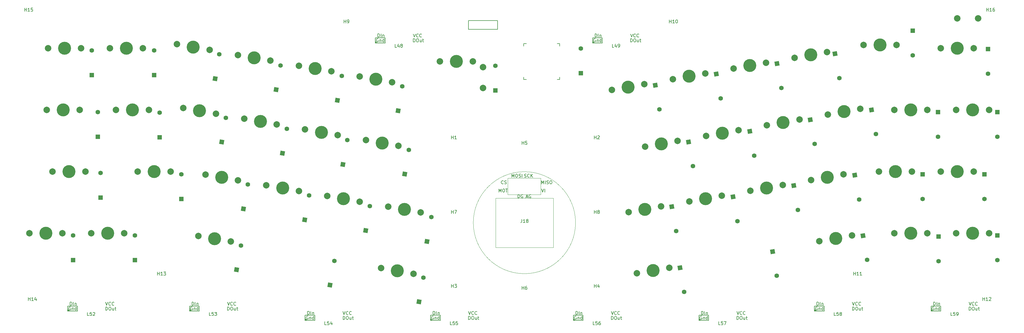
<source format=gbr>
G04 #@! TF.GenerationSoftware,KiCad,Pcbnew,(6.0.0-0)*
G04 #@! TF.CreationDate,2021-12-31T14:24:18+09:00*
G04 #@! TF.ProjectId,aliceball,616c6963-6562-4616-9c6c-2e6b69636164,rev?*
G04 #@! TF.SameCoordinates,Original*
G04 #@! TF.FileFunction,Legend,Top*
G04 #@! TF.FilePolarity,Positive*
%FSLAX46Y46*%
G04 Gerber Fmt 4.6, Leading zero omitted, Abs format (unit mm)*
G04 Created by KiCad (PCBNEW (6.0.0-0)) date 2021-12-31 14:24:18*
%MOMM*%
%LPD*%
G01*
G04 APERTURE LIST*
G04 Aperture macros list*
%AMRotRect*
0 Rectangle, with rotation*
0 The origin of the aperture is its center*
0 $1 length*
0 $2 width*
0 $3 Rotation angle, in degrees counterclockwise*
0 Add horizontal line*
21,1,$1,$2,0,0,$3*%
G04 Aperture macros list end*
%ADD10C,0.150000*%
%ADD11C,0.200000*%
%ADD12C,0.100000*%
%ADD13C,0.120000*%
%ADD14C,2.000000*%
%ADD15C,4.000000*%
%ADD16R,1.397000X1.397000*%
%ADD17C,1.397000*%
%ADD18RotRect,1.397000X1.397000X280.000000*%
%ADD19RotRect,1.397000X1.397000X80.000000*%
G04 APERTURE END LIST*
D10*
X153662142Y-115437880D02*
X153185952Y-115437880D01*
X153185952Y-114437880D01*
X154471666Y-114437880D02*
X153995476Y-114437880D01*
X153947857Y-114914071D01*
X153995476Y-114866452D01*
X154090714Y-114818833D01*
X154328809Y-114818833D01*
X154424047Y-114866452D01*
X154471666Y-114914071D01*
X154519285Y-115009309D01*
X154519285Y-115247404D01*
X154471666Y-115342642D01*
X154424047Y-115390261D01*
X154328809Y-115437880D01*
X154090714Y-115437880D01*
X153995476Y-115390261D01*
X153947857Y-115342642D01*
X155424047Y-114437880D02*
X154947857Y-114437880D01*
X154900238Y-114914071D01*
X154947857Y-114866452D01*
X155043095Y-114818833D01*
X155281190Y-114818833D01*
X155376428Y-114866452D01*
X155424047Y-114914071D01*
X155471666Y-115009309D01*
X155471666Y-115247404D01*
X155424047Y-115342642D01*
X155376428Y-115390261D01*
X155281190Y-115437880D01*
X155043095Y-115437880D01*
X154947857Y-115390261D01*
X154900238Y-115342642D01*
X158791666Y-111287880D02*
X159125000Y-112287880D01*
X159458333Y-111287880D01*
X160363095Y-112192642D02*
X160315476Y-112240261D01*
X160172619Y-112287880D01*
X160077380Y-112287880D01*
X159934523Y-112240261D01*
X159839285Y-112145023D01*
X159791666Y-112049785D01*
X159744047Y-111859309D01*
X159744047Y-111716452D01*
X159791666Y-111525976D01*
X159839285Y-111430738D01*
X159934523Y-111335500D01*
X160077380Y-111287880D01*
X160172619Y-111287880D01*
X160315476Y-111335500D01*
X160363095Y-111383119D01*
X161363095Y-112192642D02*
X161315476Y-112240261D01*
X161172619Y-112287880D01*
X161077380Y-112287880D01*
X160934523Y-112240261D01*
X160839285Y-112145023D01*
X160791666Y-112049785D01*
X160744047Y-111859309D01*
X160744047Y-111716452D01*
X160791666Y-111525976D01*
X160839285Y-111430738D01*
X160934523Y-111335500D01*
X161077380Y-111287880D01*
X161172619Y-111287880D01*
X161315476Y-111335500D01*
X161363095Y-111383119D01*
X147972142Y-112785500D02*
X147876904Y-112737880D01*
X147734047Y-112737880D01*
X147591190Y-112785500D01*
X147495952Y-112880738D01*
X147448333Y-112975976D01*
X147400714Y-113166452D01*
X147400714Y-113309309D01*
X147448333Y-113499785D01*
X147495952Y-113595023D01*
X147591190Y-113690261D01*
X147734047Y-113737880D01*
X147829285Y-113737880D01*
X147972142Y-113690261D01*
X148019761Y-113642642D01*
X148019761Y-113309309D01*
X147829285Y-113309309D01*
X148448333Y-113071214D02*
X148448333Y-113737880D01*
X148448333Y-113166452D02*
X148495952Y-113118833D01*
X148591190Y-113071214D01*
X148734047Y-113071214D01*
X148829285Y-113118833D01*
X148876904Y-113214071D01*
X148876904Y-113737880D01*
X149781666Y-113737880D02*
X149781666Y-112737880D01*
X149781666Y-113690261D02*
X149686428Y-113737880D01*
X149495952Y-113737880D01*
X149400714Y-113690261D01*
X149353095Y-113642642D01*
X149305476Y-113547404D01*
X149305476Y-113261690D01*
X149353095Y-113166452D01*
X149400714Y-113118833D01*
X149495952Y-113071214D01*
X149686428Y-113071214D01*
X149781666Y-113118833D01*
X158811190Y-113787880D02*
X158811190Y-112787880D01*
X159049285Y-112787880D01*
X159192142Y-112835500D01*
X159287380Y-112930738D01*
X159335000Y-113025976D01*
X159382619Y-113216452D01*
X159382619Y-113359309D01*
X159335000Y-113549785D01*
X159287380Y-113645023D01*
X159192142Y-113740261D01*
X159049285Y-113787880D01*
X158811190Y-113787880D01*
X160001666Y-112787880D02*
X160192142Y-112787880D01*
X160287380Y-112835500D01*
X160382619Y-112930738D01*
X160430238Y-113121214D01*
X160430238Y-113454547D01*
X160382619Y-113645023D01*
X160287380Y-113740261D01*
X160192142Y-113787880D01*
X160001666Y-113787880D01*
X159906428Y-113740261D01*
X159811190Y-113645023D01*
X159763571Y-113454547D01*
X159763571Y-113121214D01*
X159811190Y-112930738D01*
X159906428Y-112835500D01*
X160001666Y-112787880D01*
X161287380Y-113121214D02*
X161287380Y-113787880D01*
X160858809Y-113121214D02*
X160858809Y-113645023D01*
X160906428Y-113740261D01*
X161001666Y-113787880D01*
X161144523Y-113787880D01*
X161239761Y-113740261D01*
X161287380Y-113692642D01*
X161620714Y-113121214D02*
X162001666Y-113121214D01*
X161763571Y-112787880D02*
X161763571Y-113645023D01*
X161811190Y-113740261D01*
X161906428Y-113787880D01*
X162001666Y-113787880D01*
X147862619Y-112247880D02*
X147862619Y-111247880D01*
X148100714Y-111247880D01*
X148243571Y-111295500D01*
X148338809Y-111390738D01*
X148386428Y-111485976D01*
X148434047Y-111676452D01*
X148434047Y-111819309D01*
X148386428Y-112009785D01*
X148338809Y-112105023D01*
X148243571Y-112200261D01*
X148100714Y-112247880D01*
X147862619Y-112247880D01*
X148862619Y-112247880D02*
X148862619Y-111247880D01*
X149338809Y-111581214D02*
X149338809Y-112247880D01*
X149338809Y-111676452D02*
X149386428Y-111628833D01*
X149481666Y-111581214D01*
X149624523Y-111581214D01*
X149719761Y-111628833D01*
X149767380Y-111724071D01*
X149767380Y-112247880D01*
X236339142Y-115437880D02*
X235862952Y-115437880D01*
X235862952Y-114437880D01*
X237148666Y-114437880D02*
X236672476Y-114437880D01*
X236624857Y-114914071D01*
X236672476Y-114866452D01*
X236767714Y-114818833D01*
X237005809Y-114818833D01*
X237101047Y-114866452D01*
X237148666Y-114914071D01*
X237196285Y-115009309D01*
X237196285Y-115247404D01*
X237148666Y-115342642D01*
X237101047Y-115390261D01*
X237005809Y-115437880D01*
X236767714Y-115437880D01*
X236672476Y-115390261D01*
X236624857Y-115342642D01*
X237529619Y-114437880D02*
X238196285Y-114437880D01*
X237767714Y-115437880D01*
X241468666Y-111287880D02*
X241802000Y-112287880D01*
X242135333Y-111287880D01*
X243040095Y-112192642D02*
X242992476Y-112240261D01*
X242849619Y-112287880D01*
X242754380Y-112287880D01*
X242611523Y-112240261D01*
X242516285Y-112145023D01*
X242468666Y-112049785D01*
X242421047Y-111859309D01*
X242421047Y-111716452D01*
X242468666Y-111525976D01*
X242516285Y-111430738D01*
X242611523Y-111335500D01*
X242754380Y-111287880D01*
X242849619Y-111287880D01*
X242992476Y-111335500D01*
X243040095Y-111383119D01*
X244040095Y-112192642D02*
X243992476Y-112240261D01*
X243849619Y-112287880D01*
X243754380Y-112287880D01*
X243611523Y-112240261D01*
X243516285Y-112145023D01*
X243468666Y-112049785D01*
X243421047Y-111859309D01*
X243421047Y-111716452D01*
X243468666Y-111525976D01*
X243516285Y-111430738D01*
X243611523Y-111335500D01*
X243754380Y-111287880D01*
X243849619Y-111287880D01*
X243992476Y-111335500D01*
X244040095Y-111383119D01*
X230649142Y-112785500D02*
X230553904Y-112737880D01*
X230411047Y-112737880D01*
X230268190Y-112785500D01*
X230172952Y-112880738D01*
X230125333Y-112975976D01*
X230077714Y-113166452D01*
X230077714Y-113309309D01*
X230125333Y-113499785D01*
X230172952Y-113595023D01*
X230268190Y-113690261D01*
X230411047Y-113737880D01*
X230506285Y-113737880D01*
X230649142Y-113690261D01*
X230696761Y-113642642D01*
X230696761Y-113309309D01*
X230506285Y-113309309D01*
X231125333Y-113071214D02*
X231125333Y-113737880D01*
X231125333Y-113166452D02*
X231172952Y-113118833D01*
X231268190Y-113071214D01*
X231411047Y-113071214D01*
X231506285Y-113118833D01*
X231553904Y-113214071D01*
X231553904Y-113737880D01*
X232458666Y-113737880D02*
X232458666Y-112737880D01*
X232458666Y-113690261D02*
X232363428Y-113737880D01*
X232172952Y-113737880D01*
X232077714Y-113690261D01*
X232030095Y-113642642D01*
X231982476Y-113547404D01*
X231982476Y-113261690D01*
X232030095Y-113166452D01*
X232077714Y-113118833D01*
X232172952Y-113071214D01*
X232363428Y-113071214D01*
X232458666Y-113118833D01*
X241488190Y-113787880D02*
X241488190Y-112787880D01*
X241726285Y-112787880D01*
X241869142Y-112835500D01*
X241964380Y-112930738D01*
X242012000Y-113025976D01*
X242059619Y-113216452D01*
X242059619Y-113359309D01*
X242012000Y-113549785D01*
X241964380Y-113645023D01*
X241869142Y-113740261D01*
X241726285Y-113787880D01*
X241488190Y-113787880D01*
X242678666Y-112787880D02*
X242869142Y-112787880D01*
X242964380Y-112835500D01*
X243059619Y-112930738D01*
X243107238Y-113121214D01*
X243107238Y-113454547D01*
X243059619Y-113645023D01*
X242964380Y-113740261D01*
X242869142Y-113787880D01*
X242678666Y-113787880D01*
X242583428Y-113740261D01*
X242488190Y-113645023D01*
X242440571Y-113454547D01*
X242440571Y-113121214D01*
X242488190Y-112930738D01*
X242583428Y-112835500D01*
X242678666Y-112787880D01*
X243964380Y-113121214D02*
X243964380Y-113787880D01*
X243535809Y-113121214D02*
X243535809Y-113645023D01*
X243583428Y-113740261D01*
X243678666Y-113787880D01*
X243821523Y-113787880D01*
X243916761Y-113740261D01*
X243964380Y-113692642D01*
X244297714Y-113121214D02*
X244678666Y-113121214D01*
X244440571Y-112787880D02*
X244440571Y-113645023D01*
X244488190Y-113740261D01*
X244583428Y-113787880D01*
X244678666Y-113787880D01*
X230539619Y-112247880D02*
X230539619Y-111247880D01*
X230777714Y-111247880D01*
X230920571Y-111295500D01*
X231015809Y-111390738D01*
X231063428Y-111485976D01*
X231111047Y-111676452D01*
X231111047Y-111819309D01*
X231063428Y-112009785D01*
X231015809Y-112105023D01*
X230920571Y-112200261D01*
X230777714Y-112247880D01*
X230539619Y-112247880D01*
X231539619Y-112247880D02*
X231539619Y-111247880D01*
X232015809Y-111581214D02*
X232015809Y-112247880D01*
X232015809Y-111676452D02*
X232063428Y-111628833D01*
X232158666Y-111581214D01*
X232301523Y-111581214D01*
X232396761Y-111628833D01*
X232444380Y-111724071D01*
X232444380Y-112247880D01*
X203573142Y-29712880D02*
X203096952Y-29712880D01*
X203096952Y-28712880D01*
X204335047Y-29046214D02*
X204335047Y-29712880D01*
X204096952Y-28665261D02*
X203858857Y-29379547D01*
X204477904Y-29379547D01*
X204906476Y-29712880D02*
X205096952Y-29712880D01*
X205192190Y-29665261D01*
X205239809Y-29617642D01*
X205335047Y-29474785D01*
X205382666Y-29284309D01*
X205382666Y-28903357D01*
X205335047Y-28808119D01*
X205287428Y-28760500D01*
X205192190Y-28712880D01*
X205001714Y-28712880D01*
X204906476Y-28760500D01*
X204858857Y-28808119D01*
X204811238Y-28903357D01*
X204811238Y-29141452D01*
X204858857Y-29236690D01*
X204906476Y-29284309D01*
X205001714Y-29331928D01*
X205192190Y-29331928D01*
X205287428Y-29284309D01*
X205335047Y-29236690D01*
X205382666Y-29141452D01*
X208702666Y-25562880D02*
X209036000Y-26562880D01*
X209369333Y-25562880D01*
X210274095Y-26467642D02*
X210226476Y-26515261D01*
X210083619Y-26562880D01*
X209988380Y-26562880D01*
X209845523Y-26515261D01*
X209750285Y-26420023D01*
X209702666Y-26324785D01*
X209655047Y-26134309D01*
X209655047Y-25991452D01*
X209702666Y-25800976D01*
X209750285Y-25705738D01*
X209845523Y-25610500D01*
X209988380Y-25562880D01*
X210083619Y-25562880D01*
X210226476Y-25610500D01*
X210274095Y-25658119D01*
X211274095Y-26467642D02*
X211226476Y-26515261D01*
X211083619Y-26562880D01*
X210988380Y-26562880D01*
X210845523Y-26515261D01*
X210750285Y-26420023D01*
X210702666Y-26324785D01*
X210655047Y-26134309D01*
X210655047Y-25991452D01*
X210702666Y-25800976D01*
X210750285Y-25705738D01*
X210845523Y-25610500D01*
X210988380Y-25562880D01*
X211083619Y-25562880D01*
X211226476Y-25610500D01*
X211274095Y-25658119D01*
X197883142Y-27060500D02*
X197787904Y-27012880D01*
X197645047Y-27012880D01*
X197502190Y-27060500D01*
X197406952Y-27155738D01*
X197359333Y-27250976D01*
X197311714Y-27441452D01*
X197311714Y-27584309D01*
X197359333Y-27774785D01*
X197406952Y-27870023D01*
X197502190Y-27965261D01*
X197645047Y-28012880D01*
X197740285Y-28012880D01*
X197883142Y-27965261D01*
X197930761Y-27917642D01*
X197930761Y-27584309D01*
X197740285Y-27584309D01*
X198359333Y-27346214D02*
X198359333Y-28012880D01*
X198359333Y-27441452D02*
X198406952Y-27393833D01*
X198502190Y-27346214D01*
X198645047Y-27346214D01*
X198740285Y-27393833D01*
X198787904Y-27489071D01*
X198787904Y-28012880D01*
X199692666Y-28012880D02*
X199692666Y-27012880D01*
X199692666Y-27965261D02*
X199597428Y-28012880D01*
X199406952Y-28012880D01*
X199311714Y-27965261D01*
X199264095Y-27917642D01*
X199216476Y-27822404D01*
X199216476Y-27536690D01*
X199264095Y-27441452D01*
X199311714Y-27393833D01*
X199406952Y-27346214D01*
X199597428Y-27346214D01*
X199692666Y-27393833D01*
X208722190Y-28062880D02*
X208722190Y-27062880D01*
X208960285Y-27062880D01*
X209103142Y-27110500D01*
X209198380Y-27205738D01*
X209246000Y-27300976D01*
X209293619Y-27491452D01*
X209293619Y-27634309D01*
X209246000Y-27824785D01*
X209198380Y-27920023D01*
X209103142Y-28015261D01*
X208960285Y-28062880D01*
X208722190Y-28062880D01*
X209912666Y-27062880D02*
X210103142Y-27062880D01*
X210198380Y-27110500D01*
X210293619Y-27205738D01*
X210341238Y-27396214D01*
X210341238Y-27729547D01*
X210293619Y-27920023D01*
X210198380Y-28015261D01*
X210103142Y-28062880D01*
X209912666Y-28062880D01*
X209817428Y-28015261D01*
X209722190Y-27920023D01*
X209674571Y-27729547D01*
X209674571Y-27396214D01*
X209722190Y-27205738D01*
X209817428Y-27110500D01*
X209912666Y-27062880D01*
X211198380Y-27396214D02*
X211198380Y-28062880D01*
X210769809Y-27396214D02*
X210769809Y-27920023D01*
X210817428Y-28015261D01*
X210912666Y-28062880D01*
X211055523Y-28062880D01*
X211150761Y-28015261D01*
X211198380Y-27967642D01*
X211531714Y-27396214D02*
X211912666Y-27396214D01*
X211674571Y-27062880D02*
X211674571Y-27920023D01*
X211722190Y-28015261D01*
X211817428Y-28062880D01*
X211912666Y-28062880D01*
X197773619Y-26522880D02*
X197773619Y-25522880D01*
X198011714Y-25522880D01*
X198154571Y-25570500D01*
X198249809Y-25665738D01*
X198297428Y-25760976D01*
X198345047Y-25951452D01*
X198345047Y-26094309D01*
X198297428Y-26284785D01*
X198249809Y-26380023D01*
X198154571Y-26475261D01*
X198011714Y-26522880D01*
X197773619Y-26522880D01*
X198773619Y-26522880D02*
X198773619Y-25522880D01*
X199249809Y-25856214D02*
X199249809Y-26522880D01*
X199249809Y-25951452D02*
X199297428Y-25903833D01*
X199392666Y-25856214D01*
X199535523Y-25856214D01*
X199630761Y-25903833D01*
X199678380Y-25999071D01*
X199678380Y-26522880D01*
X79367142Y-112580380D02*
X78890952Y-112580380D01*
X78890952Y-111580380D01*
X80176666Y-111580380D02*
X79700476Y-111580380D01*
X79652857Y-112056571D01*
X79700476Y-112008952D01*
X79795714Y-111961333D01*
X80033809Y-111961333D01*
X80129047Y-112008952D01*
X80176666Y-112056571D01*
X80224285Y-112151809D01*
X80224285Y-112389904D01*
X80176666Y-112485142D01*
X80129047Y-112532761D01*
X80033809Y-112580380D01*
X79795714Y-112580380D01*
X79700476Y-112532761D01*
X79652857Y-112485142D01*
X80557619Y-111580380D02*
X81176666Y-111580380D01*
X80843333Y-111961333D01*
X80986190Y-111961333D01*
X81081428Y-112008952D01*
X81129047Y-112056571D01*
X81176666Y-112151809D01*
X81176666Y-112389904D01*
X81129047Y-112485142D01*
X81081428Y-112532761D01*
X80986190Y-112580380D01*
X80700476Y-112580380D01*
X80605238Y-112532761D01*
X80557619Y-112485142D01*
X84496666Y-108430380D02*
X84830000Y-109430380D01*
X85163333Y-108430380D01*
X86068095Y-109335142D02*
X86020476Y-109382761D01*
X85877619Y-109430380D01*
X85782380Y-109430380D01*
X85639523Y-109382761D01*
X85544285Y-109287523D01*
X85496666Y-109192285D01*
X85449047Y-109001809D01*
X85449047Y-108858952D01*
X85496666Y-108668476D01*
X85544285Y-108573238D01*
X85639523Y-108478000D01*
X85782380Y-108430380D01*
X85877619Y-108430380D01*
X86020476Y-108478000D01*
X86068095Y-108525619D01*
X87068095Y-109335142D02*
X87020476Y-109382761D01*
X86877619Y-109430380D01*
X86782380Y-109430380D01*
X86639523Y-109382761D01*
X86544285Y-109287523D01*
X86496666Y-109192285D01*
X86449047Y-109001809D01*
X86449047Y-108858952D01*
X86496666Y-108668476D01*
X86544285Y-108573238D01*
X86639523Y-108478000D01*
X86782380Y-108430380D01*
X86877619Y-108430380D01*
X87020476Y-108478000D01*
X87068095Y-108525619D01*
X73677142Y-109928000D02*
X73581904Y-109880380D01*
X73439047Y-109880380D01*
X73296190Y-109928000D01*
X73200952Y-110023238D01*
X73153333Y-110118476D01*
X73105714Y-110308952D01*
X73105714Y-110451809D01*
X73153333Y-110642285D01*
X73200952Y-110737523D01*
X73296190Y-110832761D01*
X73439047Y-110880380D01*
X73534285Y-110880380D01*
X73677142Y-110832761D01*
X73724761Y-110785142D01*
X73724761Y-110451809D01*
X73534285Y-110451809D01*
X74153333Y-110213714D02*
X74153333Y-110880380D01*
X74153333Y-110308952D02*
X74200952Y-110261333D01*
X74296190Y-110213714D01*
X74439047Y-110213714D01*
X74534285Y-110261333D01*
X74581904Y-110356571D01*
X74581904Y-110880380D01*
X75486666Y-110880380D02*
X75486666Y-109880380D01*
X75486666Y-110832761D02*
X75391428Y-110880380D01*
X75200952Y-110880380D01*
X75105714Y-110832761D01*
X75058095Y-110785142D01*
X75010476Y-110689904D01*
X75010476Y-110404190D01*
X75058095Y-110308952D01*
X75105714Y-110261333D01*
X75200952Y-110213714D01*
X75391428Y-110213714D01*
X75486666Y-110261333D01*
X84516190Y-110930380D02*
X84516190Y-109930380D01*
X84754285Y-109930380D01*
X84897142Y-109978000D01*
X84992380Y-110073238D01*
X85040000Y-110168476D01*
X85087619Y-110358952D01*
X85087619Y-110501809D01*
X85040000Y-110692285D01*
X84992380Y-110787523D01*
X84897142Y-110882761D01*
X84754285Y-110930380D01*
X84516190Y-110930380D01*
X85706666Y-109930380D02*
X85897142Y-109930380D01*
X85992380Y-109978000D01*
X86087619Y-110073238D01*
X86135238Y-110263714D01*
X86135238Y-110597047D01*
X86087619Y-110787523D01*
X85992380Y-110882761D01*
X85897142Y-110930380D01*
X85706666Y-110930380D01*
X85611428Y-110882761D01*
X85516190Y-110787523D01*
X85468571Y-110597047D01*
X85468571Y-110263714D01*
X85516190Y-110073238D01*
X85611428Y-109978000D01*
X85706666Y-109930380D01*
X86992380Y-110263714D02*
X86992380Y-110930380D01*
X86563809Y-110263714D02*
X86563809Y-110787523D01*
X86611428Y-110882761D01*
X86706666Y-110930380D01*
X86849523Y-110930380D01*
X86944761Y-110882761D01*
X86992380Y-110835142D01*
X87325714Y-110263714D02*
X87706666Y-110263714D01*
X87468571Y-109930380D02*
X87468571Y-110787523D01*
X87516190Y-110882761D01*
X87611428Y-110930380D01*
X87706666Y-110930380D01*
X73567619Y-109390380D02*
X73567619Y-108390380D01*
X73805714Y-108390380D01*
X73948571Y-108438000D01*
X74043809Y-108533238D01*
X74091428Y-108628476D01*
X74139047Y-108818952D01*
X74139047Y-108961809D01*
X74091428Y-109152285D01*
X74043809Y-109247523D01*
X73948571Y-109342761D01*
X73805714Y-109390380D01*
X73567619Y-109390380D01*
X74567619Y-109390380D02*
X74567619Y-108390380D01*
X75043809Y-108723714D02*
X75043809Y-109390380D01*
X75043809Y-108818952D02*
X75091428Y-108771333D01*
X75186666Y-108723714D01*
X75329523Y-108723714D01*
X75424761Y-108771333D01*
X75472380Y-108866571D01*
X75472380Y-109390380D01*
X41838642Y-112580380D02*
X41362452Y-112580380D01*
X41362452Y-111580380D01*
X42648166Y-111580380D02*
X42171976Y-111580380D01*
X42124357Y-112056571D01*
X42171976Y-112008952D01*
X42267214Y-111961333D01*
X42505309Y-111961333D01*
X42600547Y-112008952D01*
X42648166Y-112056571D01*
X42695785Y-112151809D01*
X42695785Y-112389904D01*
X42648166Y-112485142D01*
X42600547Y-112532761D01*
X42505309Y-112580380D01*
X42267214Y-112580380D01*
X42171976Y-112532761D01*
X42124357Y-112485142D01*
X43076738Y-111675619D02*
X43124357Y-111628000D01*
X43219595Y-111580380D01*
X43457690Y-111580380D01*
X43552928Y-111628000D01*
X43600547Y-111675619D01*
X43648166Y-111770857D01*
X43648166Y-111866095D01*
X43600547Y-112008952D01*
X43029119Y-112580380D01*
X43648166Y-112580380D01*
X46968166Y-108430380D02*
X47301500Y-109430380D01*
X47634833Y-108430380D01*
X48539595Y-109335142D02*
X48491976Y-109382761D01*
X48349119Y-109430380D01*
X48253880Y-109430380D01*
X48111023Y-109382761D01*
X48015785Y-109287523D01*
X47968166Y-109192285D01*
X47920547Y-109001809D01*
X47920547Y-108858952D01*
X47968166Y-108668476D01*
X48015785Y-108573238D01*
X48111023Y-108478000D01*
X48253880Y-108430380D01*
X48349119Y-108430380D01*
X48491976Y-108478000D01*
X48539595Y-108525619D01*
X49539595Y-109335142D02*
X49491976Y-109382761D01*
X49349119Y-109430380D01*
X49253880Y-109430380D01*
X49111023Y-109382761D01*
X49015785Y-109287523D01*
X48968166Y-109192285D01*
X48920547Y-109001809D01*
X48920547Y-108858952D01*
X48968166Y-108668476D01*
X49015785Y-108573238D01*
X49111023Y-108478000D01*
X49253880Y-108430380D01*
X49349119Y-108430380D01*
X49491976Y-108478000D01*
X49539595Y-108525619D01*
X36148642Y-109928000D02*
X36053404Y-109880380D01*
X35910547Y-109880380D01*
X35767690Y-109928000D01*
X35672452Y-110023238D01*
X35624833Y-110118476D01*
X35577214Y-110308952D01*
X35577214Y-110451809D01*
X35624833Y-110642285D01*
X35672452Y-110737523D01*
X35767690Y-110832761D01*
X35910547Y-110880380D01*
X36005785Y-110880380D01*
X36148642Y-110832761D01*
X36196261Y-110785142D01*
X36196261Y-110451809D01*
X36005785Y-110451809D01*
X36624833Y-110213714D02*
X36624833Y-110880380D01*
X36624833Y-110308952D02*
X36672452Y-110261333D01*
X36767690Y-110213714D01*
X36910547Y-110213714D01*
X37005785Y-110261333D01*
X37053404Y-110356571D01*
X37053404Y-110880380D01*
X37958166Y-110880380D02*
X37958166Y-109880380D01*
X37958166Y-110832761D02*
X37862928Y-110880380D01*
X37672452Y-110880380D01*
X37577214Y-110832761D01*
X37529595Y-110785142D01*
X37481976Y-110689904D01*
X37481976Y-110404190D01*
X37529595Y-110308952D01*
X37577214Y-110261333D01*
X37672452Y-110213714D01*
X37862928Y-110213714D01*
X37958166Y-110261333D01*
X46987690Y-110930380D02*
X46987690Y-109930380D01*
X47225785Y-109930380D01*
X47368642Y-109978000D01*
X47463880Y-110073238D01*
X47511500Y-110168476D01*
X47559119Y-110358952D01*
X47559119Y-110501809D01*
X47511500Y-110692285D01*
X47463880Y-110787523D01*
X47368642Y-110882761D01*
X47225785Y-110930380D01*
X46987690Y-110930380D01*
X48178166Y-109930380D02*
X48368642Y-109930380D01*
X48463880Y-109978000D01*
X48559119Y-110073238D01*
X48606738Y-110263714D01*
X48606738Y-110597047D01*
X48559119Y-110787523D01*
X48463880Y-110882761D01*
X48368642Y-110930380D01*
X48178166Y-110930380D01*
X48082928Y-110882761D01*
X47987690Y-110787523D01*
X47940071Y-110597047D01*
X47940071Y-110263714D01*
X47987690Y-110073238D01*
X48082928Y-109978000D01*
X48178166Y-109930380D01*
X49463880Y-110263714D02*
X49463880Y-110930380D01*
X49035309Y-110263714D02*
X49035309Y-110787523D01*
X49082928Y-110882761D01*
X49178166Y-110930380D01*
X49321023Y-110930380D01*
X49416261Y-110882761D01*
X49463880Y-110835142D01*
X49797214Y-110263714D02*
X50178166Y-110263714D01*
X49940071Y-109930380D02*
X49940071Y-110787523D01*
X49987690Y-110882761D01*
X50082928Y-110930380D01*
X50178166Y-110930380D01*
X36039119Y-109390380D02*
X36039119Y-108390380D01*
X36277214Y-108390380D01*
X36420071Y-108438000D01*
X36515309Y-108533238D01*
X36562928Y-108628476D01*
X36610547Y-108818952D01*
X36610547Y-108961809D01*
X36562928Y-109152285D01*
X36515309Y-109247523D01*
X36420071Y-109342761D01*
X36277214Y-109390380D01*
X36039119Y-109390380D01*
X37039119Y-109390380D02*
X37039119Y-108390380D01*
X37515309Y-108723714D02*
X37515309Y-109390380D01*
X37515309Y-108818952D02*
X37562928Y-108771333D01*
X37658166Y-108723714D01*
X37801023Y-108723714D01*
X37896261Y-108771333D01*
X37943880Y-108866571D01*
X37943880Y-109390380D01*
X197667642Y-115437880D02*
X197191452Y-115437880D01*
X197191452Y-114437880D01*
X198477166Y-114437880D02*
X198000976Y-114437880D01*
X197953357Y-114914071D01*
X198000976Y-114866452D01*
X198096214Y-114818833D01*
X198334309Y-114818833D01*
X198429547Y-114866452D01*
X198477166Y-114914071D01*
X198524785Y-115009309D01*
X198524785Y-115247404D01*
X198477166Y-115342642D01*
X198429547Y-115390261D01*
X198334309Y-115437880D01*
X198096214Y-115437880D01*
X198000976Y-115390261D01*
X197953357Y-115342642D01*
X199381928Y-114437880D02*
X199191452Y-114437880D01*
X199096214Y-114485500D01*
X199048595Y-114533119D01*
X198953357Y-114675976D01*
X198905738Y-114866452D01*
X198905738Y-115247404D01*
X198953357Y-115342642D01*
X199000976Y-115390261D01*
X199096214Y-115437880D01*
X199286690Y-115437880D01*
X199381928Y-115390261D01*
X199429547Y-115342642D01*
X199477166Y-115247404D01*
X199477166Y-115009309D01*
X199429547Y-114914071D01*
X199381928Y-114866452D01*
X199286690Y-114818833D01*
X199096214Y-114818833D01*
X199000976Y-114866452D01*
X198953357Y-114914071D01*
X198905738Y-115009309D01*
X202797166Y-111287880D02*
X203130500Y-112287880D01*
X203463833Y-111287880D01*
X204368595Y-112192642D02*
X204320976Y-112240261D01*
X204178119Y-112287880D01*
X204082880Y-112287880D01*
X203940023Y-112240261D01*
X203844785Y-112145023D01*
X203797166Y-112049785D01*
X203749547Y-111859309D01*
X203749547Y-111716452D01*
X203797166Y-111525976D01*
X203844785Y-111430738D01*
X203940023Y-111335500D01*
X204082880Y-111287880D01*
X204178119Y-111287880D01*
X204320976Y-111335500D01*
X204368595Y-111383119D01*
X205368595Y-112192642D02*
X205320976Y-112240261D01*
X205178119Y-112287880D01*
X205082880Y-112287880D01*
X204940023Y-112240261D01*
X204844785Y-112145023D01*
X204797166Y-112049785D01*
X204749547Y-111859309D01*
X204749547Y-111716452D01*
X204797166Y-111525976D01*
X204844785Y-111430738D01*
X204940023Y-111335500D01*
X205082880Y-111287880D01*
X205178119Y-111287880D01*
X205320976Y-111335500D01*
X205368595Y-111383119D01*
X191977642Y-112785500D02*
X191882404Y-112737880D01*
X191739547Y-112737880D01*
X191596690Y-112785500D01*
X191501452Y-112880738D01*
X191453833Y-112975976D01*
X191406214Y-113166452D01*
X191406214Y-113309309D01*
X191453833Y-113499785D01*
X191501452Y-113595023D01*
X191596690Y-113690261D01*
X191739547Y-113737880D01*
X191834785Y-113737880D01*
X191977642Y-113690261D01*
X192025261Y-113642642D01*
X192025261Y-113309309D01*
X191834785Y-113309309D01*
X192453833Y-113071214D02*
X192453833Y-113737880D01*
X192453833Y-113166452D02*
X192501452Y-113118833D01*
X192596690Y-113071214D01*
X192739547Y-113071214D01*
X192834785Y-113118833D01*
X192882404Y-113214071D01*
X192882404Y-113737880D01*
X193787166Y-113737880D02*
X193787166Y-112737880D01*
X193787166Y-113690261D02*
X193691928Y-113737880D01*
X193501452Y-113737880D01*
X193406214Y-113690261D01*
X193358595Y-113642642D01*
X193310976Y-113547404D01*
X193310976Y-113261690D01*
X193358595Y-113166452D01*
X193406214Y-113118833D01*
X193501452Y-113071214D01*
X193691928Y-113071214D01*
X193787166Y-113118833D01*
X202816690Y-113787880D02*
X202816690Y-112787880D01*
X203054785Y-112787880D01*
X203197642Y-112835500D01*
X203292880Y-112930738D01*
X203340500Y-113025976D01*
X203388119Y-113216452D01*
X203388119Y-113359309D01*
X203340500Y-113549785D01*
X203292880Y-113645023D01*
X203197642Y-113740261D01*
X203054785Y-113787880D01*
X202816690Y-113787880D01*
X204007166Y-112787880D02*
X204197642Y-112787880D01*
X204292880Y-112835500D01*
X204388119Y-112930738D01*
X204435738Y-113121214D01*
X204435738Y-113454547D01*
X204388119Y-113645023D01*
X204292880Y-113740261D01*
X204197642Y-113787880D01*
X204007166Y-113787880D01*
X203911928Y-113740261D01*
X203816690Y-113645023D01*
X203769071Y-113454547D01*
X203769071Y-113121214D01*
X203816690Y-112930738D01*
X203911928Y-112835500D01*
X204007166Y-112787880D01*
X205292880Y-113121214D02*
X205292880Y-113787880D01*
X204864309Y-113121214D02*
X204864309Y-113645023D01*
X204911928Y-113740261D01*
X205007166Y-113787880D01*
X205150023Y-113787880D01*
X205245261Y-113740261D01*
X205292880Y-113692642D01*
X205626214Y-113121214D02*
X206007166Y-113121214D01*
X205769071Y-112787880D02*
X205769071Y-113645023D01*
X205816690Y-113740261D01*
X205911928Y-113787880D01*
X206007166Y-113787880D01*
X191868119Y-112247880D02*
X191868119Y-111247880D01*
X192106214Y-111247880D01*
X192249071Y-111295500D01*
X192344309Y-111390738D01*
X192391928Y-111485976D01*
X192439547Y-111676452D01*
X192439547Y-111819309D01*
X192391928Y-112009785D01*
X192344309Y-112105023D01*
X192249071Y-112200261D01*
X192106214Y-112247880D01*
X191868119Y-112247880D01*
X192868119Y-112247880D02*
X192868119Y-111247880D01*
X193344309Y-111581214D02*
X193344309Y-112247880D01*
X193344309Y-111676452D02*
X193391928Y-111628833D01*
X193487166Y-111581214D01*
X193630023Y-111581214D01*
X193725261Y-111628833D01*
X193772880Y-111724071D01*
X193772880Y-112247880D01*
X307891142Y-112580380D02*
X307414952Y-112580380D01*
X307414952Y-111580380D01*
X308700666Y-111580380D02*
X308224476Y-111580380D01*
X308176857Y-112056571D01*
X308224476Y-112008952D01*
X308319714Y-111961333D01*
X308557809Y-111961333D01*
X308653047Y-112008952D01*
X308700666Y-112056571D01*
X308748285Y-112151809D01*
X308748285Y-112389904D01*
X308700666Y-112485142D01*
X308653047Y-112532761D01*
X308557809Y-112580380D01*
X308319714Y-112580380D01*
X308224476Y-112532761D01*
X308176857Y-112485142D01*
X309224476Y-112580380D02*
X309414952Y-112580380D01*
X309510190Y-112532761D01*
X309557809Y-112485142D01*
X309653047Y-112342285D01*
X309700666Y-112151809D01*
X309700666Y-111770857D01*
X309653047Y-111675619D01*
X309605428Y-111628000D01*
X309510190Y-111580380D01*
X309319714Y-111580380D01*
X309224476Y-111628000D01*
X309176857Y-111675619D01*
X309129238Y-111770857D01*
X309129238Y-112008952D01*
X309176857Y-112104190D01*
X309224476Y-112151809D01*
X309319714Y-112199428D01*
X309510190Y-112199428D01*
X309605428Y-112151809D01*
X309653047Y-112104190D01*
X309700666Y-112008952D01*
X313020666Y-108430380D02*
X313354000Y-109430380D01*
X313687333Y-108430380D01*
X314592095Y-109335142D02*
X314544476Y-109382761D01*
X314401619Y-109430380D01*
X314306380Y-109430380D01*
X314163523Y-109382761D01*
X314068285Y-109287523D01*
X314020666Y-109192285D01*
X313973047Y-109001809D01*
X313973047Y-108858952D01*
X314020666Y-108668476D01*
X314068285Y-108573238D01*
X314163523Y-108478000D01*
X314306380Y-108430380D01*
X314401619Y-108430380D01*
X314544476Y-108478000D01*
X314592095Y-108525619D01*
X315592095Y-109335142D02*
X315544476Y-109382761D01*
X315401619Y-109430380D01*
X315306380Y-109430380D01*
X315163523Y-109382761D01*
X315068285Y-109287523D01*
X315020666Y-109192285D01*
X314973047Y-109001809D01*
X314973047Y-108858952D01*
X315020666Y-108668476D01*
X315068285Y-108573238D01*
X315163523Y-108478000D01*
X315306380Y-108430380D01*
X315401619Y-108430380D01*
X315544476Y-108478000D01*
X315592095Y-108525619D01*
X302201142Y-109928000D02*
X302105904Y-109880380D01*
X301963047Y-109880380D01*
X301820190Y-109928000D01*
X301724952Y-110023238D01*
X301677333Y-110118476D01*
X301629714Y-110308952D01*
X301629714Y-110451809D01*
X301677333Y-110642285D01*
X301724952Y-110737523D01*
X301820190Y-110832761D01*
X301963047Y-110880380D01*
X302058285Y-110880380D01*
X302201142Y-110832761D01*
X302248761Y-110785142D01*
X302248761Y-110451809D01*
X302058285Y-110451809D01*
X302677333Y-110213714D02*
X302677333Y-110880380D01*
X302677333Y-110308952D02*
X302724952Y-110261333D01*
X302820190Y-110213714D01*
X302963047Y-110213714D01*
X303058285Y-110261333D01*
X303105904Y-110356571D01*
X303105904Y-110880380D01*
X304010666Y-110880380D02*
X304010666Y-109880380D01*
X304010666Y-110832761D02*
X303915428Y-110880380D01*
X303724952Y-110880380D01*
X303629714Y-110832761D01*
X303582095Y-110785142D01*
X303534476Y-110689904D01*
X303534476Y-110404190D01*
X303582095Y-110308952D01*
X303629714Y-110261333D01*
X303724952Y-110213714D01*
X303915428Y-110213714D01*
X304010666Y-110261333D01*
X313040190Y-110930380D02*
X313040190Y-109930380D01*
X313278285Y-109930380D01*
X313421142Y-109978000D01*
X313516380Y-110073238D01*
X313564000Y-110168476D01*
X313611619Y-110358952D01*
X313611619Y-110501809D01*
X313564000Y-110692285D01*
X313516380Y-110787523D01*
X313421142Y-110882761D01*
X313278285Y-110930380D01*
X313040190Y-110930380D01*
X314230666Y-109930380D02*
X314421142Y-109930380D01*
X314516380Y-109978000D01*
X314611619Y-110073238D01*
X314659238Y-110263714D01*
X314659238Y-110597047D01*
X314611619Y-110787523D01*
X314516380Y-110882761D01*
X314421142Y-110930380D01*
X314230666Y-110930380D01*
X314135428Y-110882761D01*
X314040190Y-110787523D01*
X313992571Y-110597047D01*
X313992571Y-110263714D01*
X314040190Y-110073238D01*
X314135428Y-109978000D01*
X314230666Y-109930380D01*
X315516380Y-110263714D02*
X315516380Y-110930380D01*
X315087809Y-110263714D02*
X315087809Y-110787523D01*
X315135428Y-110882761D01*
X315230666Y-110930380D01*
X315373523Y-110930380D01*
X315468761Y-110882761D01*
X315516380Y-110835142D01*
X315849714Y-110263714D02*
X316230666Y-110263714D01*
X315992571Y-109930380D02*
X315992571Y-110787523D01*
X316040190Y-110882761D01*
X316135428Y-110930380D01*
X316230666Y-110930380D01*
X302091619Y-109390380D02*
X302091619Y-108390380D01*
X302329714Y-108390380D01*
X302472571Y-108438000D01*
X302567809Y-108533238D01*
X302615428Y-108628476D01*
X302663047Y-108818952D01*
X302663047Y-108961809D01*
X302615428Y-109152285D01*
X302567809Y-109247523D01*
X302472571Y-109342761D01*
X302329714Y-109390380D01*
X302091619Y-109390380D01*
X303091619Y-109390380D02*
X303091619Y-108390380D01*
X303567809Y-108723714D02*
X303567809Y-109390380D01*
X303567809Y-108818952D02*
X303615428Y-108771333D01*
X303710666Y-108723714D01*
X303853523Y-108723714D01*
X303948761Y-108771333D01*
X303996380Y-108866571D01*
X303996380Y-109390380D01*
X114990642Y-115437880D02*
X114514452Y-115437880D01*
X114514452Y-114437880D01*
X115800166Y-114437880D02*
X115323976Y-114437880D01*
X115276357Y-114914071D01*
X115323976Y-114866452D01*
X115419214Y-114818833D01*
X115657309Y-114818833D01*
X115752547Y-114866452D01*
X115800166Y-114914071D01*
X115847785Y-115009309D01*
X115847785Y-115247404D01*
X115800166Y-115342642D01*
X115752547Y-115390261D01*
X115657309Y-115437880D01*
X115419214Y-115437880D01*
X115323976Y-115390261D01*
X115276357Y-115342642D01*
X116704928Y-114771214D02*
X116704928Y-115437880D01*
X116466833Y-114390261D02*
X116228738Y-115104547D01*
X116847785Y-115104547D01*
X120120166Y-111287880D02*
X120453500Y-112287880D01*
X120786833Y-111287880D01*
X121691595Y-112192642D02*
X121643976Y-112240261D01*
X121501119Y-112287880D01*
X121405880Y-112287880D01*
X121263023Y-112240261D01*
X121167785Y-112145023D01*
X121120166Y-112049785D01*
X121072547Y-111859309D01*
X121072547Y-111716452D01*
X121120166Y-111525976D01*
X121167785Y-111430738D01*
X121263023Y-111335500D01*
X121405880Y-111287880D01*
X121501119Y-111287880D01*
X121643976Y-111335500D01*
X121691595Y-111383119D01*
X122691595Y-112192642D02*
X122643976Y-112240261D01*
X122501119Y-112287880D01*
X122405880Y-112287880D01*
X122263023Y-112240261D01*
X122167785Y-112145023D01*
X122120166Y-112049785D01*
X122072547Y-111859309D01*
X122072547Y-111716452D01*
X122120166Y-111525976D01*
X122167785Y-111430738D01*
X122263023Y-111335500D01*
X122405880Y-111287880D01*
X122501119Y-111287880D01*
X122643976Y-111335500D01*
X122691595Y-111383119D01*
X109300642Y-112785500D02*
X109205404Y-112737880D01*
X109062547Y-112737880D01*
X108919690Y-112785500D01*
X108824452Y-112880738D01*
X108776833Y-112975976D01*
X108729214Y-113166452D01*
X108729214Y-113309309D01*
X108776833Y-113499785D01*
X108824452Y-113595023D01*
X108919690Y-113690261D01*
X109062547Y-113737880D01*
X109157785Y-113737880D01*
X109300642Y-113690261D01*
X109348261Y-113642642D01*
X109348261Y-113309309D01*
X109157785Y-113309309D01*
X109776833Y-113071214D02*
X109776833Y-113737880D01*
X109776833Y-113166452D02*
X109824452Y-113118833D01*
X109919690Y-113071214D01*
X110062547Y-113071214D01*
X110157785Y-113118833D01*
X110205404Y-113214071D01*
X110205404Y-113737880D01*
X111110166Y-113737880D02*
X111110166Y-112737880D01*
X111110166Y-113690261D02*
X111014928Y-113737880D01*
X110824452Y-113737880D01*
X110729214Y-113690261D01*
X110681595Y-113642642D01*
X110633976Y-113547404D01*
X110633976Y-113261690D01*
X110681595Y-113166452D01*
X110729214Y-113118833D01*
X110824452Y-113071214D01*
X111014928Y-113071214D01*
X111110166Y-113118833D01*
X120139690Y-113787880D02*
X120139690Y-112787880D01*
X120377785Y-112787880D01*
X120520642Y-112835500D01*
X120615880Y-112930738D01*
X120663500Y-113025976D01*
X120711119Y-113216452D01*
X120711119Y-113359309D01*
X120663500Y-113549785D01*
X120615880Y-113645023D01*
X120520642Y-113740261D01*
X120377785Y-113787880D01*
X120139690Y-113787880D01*
X121330166Y-112787880D02*
X121520642Y-112787880D01*
X121615880Y-112835500D01*
X121711119Y-112930738D01*
X121758738Y-113121214D01*
X121758738Y-113454547D01*
X121711119Y-113645023D01*
X121615880Y-113740261D01*
X121520642Y-113787880D01*
X121330166Y-113787880D01*
X121234928Y-113740261D01*
X121139690Y-113645023D01*
X121092071Y-113454547D01*
X121092071Y-113121214D01*
X121139690Y-112930738D01*
X121234928Y-112835500D01*
X121330166Y-112787880D01*
X122615880Y-113121214D02*
X122615880Y-113787880D01*
X122187309Y-113121214D02*
X122187309Y-113645023D01*
X122234928Y-113740261D01*
X122330166Y-113787880D01*
X122473023Y-113787880D01*
X122568261Y-113740261D01*
X122615880Y-113692642D01*
X122949214Y-113121214D02*
X123330166Y-113121214D01*
X123092071Y-112787880D02*
X123092071Y-113645023D01*
X123139690Y-113740261D01*
X123234928Y-113787880D01*
X123330166Y-113787880D01*
X109191119Y-112247880D02*
X109191119Y-111247880D01*
X109429214Y-111247880D01*
X109572071Y-111295500D01*
X109667309Y-111390738D01*
X109714928Y-111485976D01*
X109762547Y-111676452D01*
X109762547Y-111819309D01*
X109714928Y-112009785D01*
X109667309Y-112105023D01*
X109572071Y-112200261D01*
X109429214Y-112247880D01*
X109191119Y-112247880D01*
X110191119Y-112247880D02*
X110191119Y-111247880D01*
X110667309Y-111581214D02*
X110667309Y-112247880D01*
X110667309Y-111676452D02*
X110714928Y-111628833D01*
X110810166Y-111581214D01*
X110953023Y-111581214D01*
X111048261Y-111628833D01*
X111095880Y-111724071D01*
X111095880Y-112247880D01*
X136631642Y-29712880D02*
X136155452Y-29712880D01*
X136155452Y-28712880D01*
X137393547Y-29046214D02*
X137393547Y-29712880D01*
X137155452Y-28665261D02*
X136917357Y-29379547D01*
X137536404Y-29379547D01*
X138060214Y-29141452D02*
X137964976Y-29093833D01*
X137917357Y-29046214D01*
X137869738Y-28950976D01*
X137869738Y-28903357D01*
X137917357Y-28808119D01*
X137964976Y-28760500D01*
X138060214Y-28712880D01*
X138250690Y-28712880D01*
X138345928Y-28760500D01*
X138393547Y-28808119D01*
X138441166Y-28903357D01*
X138441166Y-28950976D01*
X138393547Y-29046214D01*
X138345928Y-29093833D01*
X138250690Y-29141452D01*
X138060214Y-29141452D01*
X137964976Y-29189071D01*
X137917357Y-29236690D01*
X137869738Y-29331928D01*
X137869738Y-29522404D01*
X137917357Y-29617642D01*
X137964976Y-29665261D01*
X138060214Y-29712880D01*
X138250690Y-29712880D01*
X138345928Y-29665261D01*
X138393547Y-29617642D01*
X138441166Y-29522404D01*
X138441166Y-29331928D01*
X138393547Y-29236690D01*
X138345928Y-29189071D01*
X138250690Y-29141452D01*
X141761166Y-25562880D02*
X142094500Y-26562880D01*
X142427833Y-25562880D01*
X143332595Y-26467642D02*
X143284976Y-26515261D01*
X143142119Y-26562880D01*
X143046880Y-26562880D01*
X142904023Y-26515261D01*
X142808785Y-26420023D01*
X142761166Y-26324785D01*
X142713547Y-26134309D01*
X142713547Y-25991452D01*
X142761166Y-25800976D01*
X142808785Y-25705738D01*
X142904023Y-25610500D01*
X143046880Y-25562880D01*
X143142119Y-25562880D01*
X143284976Y-25610500D01*
X143332595Y-25658119D01*
X144332595Y-26467642D02*
X144284976Y-26515261D01*
X144142119Y-26562880D01*
X144046880Y-26562880D01*
X143904023Y-26515261D01*
X143808785Y-26420023D01*
X143761166Y-26324785D01*
X143713547Y-26134309D01*
X143713547Y-25991452D01*
X143761166Y-25800976D01*
X143808785Y-25705738D01*
X143904023Y-25610500D01*
X144046880Y-25562880D01*
X144142119Y-25562880D01*
X144284976Y-25610500D01*
X144332595Y-25658119D01*
X130941642Y-27060500D02*
X130846404Y-27012880D01*
X130703547Y-27012880D01*
X130560690Y-27060500D01*
X130465452Y-27155738D01*
X130417833Y-27250976D01*
X130370214Y-27441452D01*
X130370214Y-27584309D01*
X130417833Y-27774785D01*
X130465452Y-27870023D01*
X130560690Y-27965261D01*
X130703547Y-28012880D01*
X130798785Y-28012880D01*
X130941642Y-27965261D01*
X130989261Y-27917642D01*
X130989261Y-27584309D01*
X130798785Y-27584309D01*
X131417833Y-27346214D02*
X131417833Y-28012880D01*
X131417833Y-27441452D02*
X131465452Y-27393833D01*
X131560690Y-27346214D01*
X131703547Y-27346214D01*
X131798785Y-27393833D01*
X131846404Y-27489071D01*
X131846404Y-28012880D01*
X132751166Y-28012880D02*
X132751166Y-27012880D01*
X132751166Y-27965261D02*
X132655928Y-28012880D01*
X132465452Y-28012880D01*
X132370214Y-27965261D01*
X132322595Y-27917642D01*
X132274976Y-27822404D01*
X132274976Y-27536690D01*
X132322595Y-27441452D01*
X132370214Y-27393833D01*
X132465452Y-27346214D01*
X132655928Y-27346214D01*
X132751166Y-27393833D01*
X141780690Y-28062880D02*
X141780690Y-27062880D01*
X142018785Y-27062880D01*
X142161642Y-27110500D01*
X142256880Y-27205738D01*
X142304500Y-27300976D01*
X142352119Y-27491452D01*
X142352119Y-27634309D01*
X142304500Y-27824785D01*
X142256880Y-27920023D01*
X142161642Y-28015261D01*
X142018785Y-28062880D01*
X141780690Y-28062880D01*
X142971166Y-27062880D02*
X143161642Y-27062880D01*
X143256880Y-27110500D01*
X143352119Y-27205738D01*
X143399738Y-27396214D01*
X143399738Y-27729547D01*
X143352119Y-27920023D01*
X143256880Y-28015261D01*
X143161642Y-28062880D01*
X142971166Y-28062880D01*
X142875928Y-28015261D01*
X142780690Y-27920023D01*
X142733071Y-27729547D01*
X142733071Y-27396214D01*
X142780690Y-27205738D01*
X142875928Y-27110500D01*
X142971166Y-27062880D01*
X144256880Y-27396214D02*
X144256880Y-28062880D01*
X143828309Y-27396214D02*
X143828309Y-27920023D01*
X143875928Y-28015261D01*
X143971166Y-28062880D01*
X144114023Y-28062880D01*
X144209261Y-28015261D01*
X144256880Y-27967642D01*
X144590214Y-27396214D02*
X144971166Y-27396214D01*
X144733071Y-27062880D02*
X144733071Y-27920023D01*
X144780690Y-28015261D01*
X144875928Y-28062880D01*
X144971166Y-28062880D01*
X130832119Y-26522880D02*
X130832119Y-25522880D01*
X131070214Y-25522880D01*
X131213071Y-25570500D01*
X131308309Y-25665738D01*
X131355928Y-25760976D01*
X131403547Y-25951452D01*
X131403547Y-26094309D01*
X131355928Y-26284785D01*
X131308309Y-26380023D01*
X131213071Y-26475261D01*
X131070214Y-26522880D01*
X130832119Y-26522880D01*
X131832119Y-26522880D02*
X131832119Y-25522880D01*
X132308309Y-25856214D02*
X132308309Y-26522880D01*
X132308309Y-25951452D02*
X132355928Y-25903833D01*
X132451166Y-25856214D01*
X132594023Y-25856214D01*
X132689261Y-25903833D01*
X132736880Y-25999071D01*
X132736880Y-26522880D01*
X271962642Y-112580380D02*
X271486452Y-112580380D01*
X271486452Y-111580380D01*
X272772166Y-111580380D02*
X272295976Y-111580380D01*
X272248357Y-112056571D01*
X272295976Y-112008952D01*
X272391214Y-111961333D01*
X272629309Y-111961333D01*
X272724547Y-112008952D01*
X272772166Y-112056571D01*
X272819785Y-112151809D01*
X272819785Y-112389904D01*
X272772166Y-112485142D01*
X272724547Y-112532761D01*
X272629309Y-112580380D01*
X272391214Y-112580380D01*
X272295976Y-112532761D01*
X272248357Y-112485142D01*
X273391214Y-112008952D02*
X273295976Y-111961333D01*
X273248357Y-111913714D01*
X273200738Y-111818476D01*
X273200738Y-111770857D01*
X273248357Y-111675619D01*
X273295976Y-111628000D01*
X273391214Y-111580380D01*
X273581690Y-111580380D01*
X273676928Y-111628000D01*
X273724547Y-111675619D01*
X273772166Y-111770857D01*
X273772166Y-111818476D01*
X273724547Y-111913714D01*
X273676928Y-111961333D01*
X273581690Y-112008952D01*
X273391214Y-112008952D01*
X273295976Y-112056571D01*
X273248357Y-112104190D01*
X273200738Y-112199428D01*
X273200738Y-112389904D01*
X273248357Y-112485142D01*
X273295976Y-112532761D01*
X273391214Y-112580380D01*
X273581690Y-112580380D01*
X273676928Y-112532761D01*
X273724547Y-112485142D01*
X273772166Y-112389904D01*
X273772166Y-112199428D01*
X273724547Y-112104190D01*
X273676928Y-112056571D01*
X273581690Y-112008952D01*
X277092166Y-108430380D02*
X277425500Y-109430380D01*
X277758833Y-108430380D01*
X278663595Y-109335142D02*
X278615976Y-109382761D01*
X278473119Y-109430380D01*
X278377880Y-109430380D01*
X278235023Y-109382761D01*
X278139785Y-109287523D01*
X278092166Y-109192285D01*
X278044547Y-109001809D01*
X278044547Y-108858952D01*
X278092166Y-108668476D01*
X278139785Y-108573238D01*
X278235023Y-108478000D01*
X278377880Y-108430380D01*
X278473119Y-108430380D01*
X278615976Y-108478000D01*
X278663595Y-108525619D01*
X279663595Y-109335142D02*
X279615976Y-109382761D01*
X279473119Y-109430380D01*
X279377880Y-109430380D01*
X279235023Y-109382761D01*
X279139785Y-109287523D01*
X279092166Y-109192285D01*
X279044547Y-109001809D01*
X279044547Y-108858952D01*
X279092166Y-108668476D01*
X279139785Y-108573238D01*
X279235023Y-108478000D01*
X279377880Y-108430380D01*
X279473119Y-108430380D01*
X279615976Y-108478000D01*
X279663595Y-108525619D01*
X266272642Y-109928000D02*
X266177404Y-109880380D01*
X266034547Y-109880380D01*
X265891690Y-109928000D01*
X265796452Y-110023238D01*
X265748833Y-110118476D01*
X265701214Y-110308952D01*
X265701214Y-110451809D01*
X265748833Y-110642285D01*
X265796452Y-110737523D01*
X265891690Y-110832761D01*
X266034547Y-110880380D01*
X266129785Y-110880380D01*
X266272642Y-110832761D01*
X266320261Y-110785142D01*
X266320261Y-110451809D01*
X266129785Y-110451809D01*
X266748833Y-110213714D02*
X266748833Y-110880380D01*
X266748833Y-110308952D02*
X266796452Y-110261333D01*
X266891690Y-110213714D01*
X267034547Y-110213714D01*
X267129785Y-110261333D01*
X267177404Y-110356571D01*
X267177404Y-110880380D01*
X268082166Y-110880380D02*
X268082166Y-109880380D01*
X268082166Y-110832761D02*
X267986928Y-110880380D01*
X267796452Y-110880380D01*
X267701214Y-110832761D01*
X267653595Y-110785142D01*
X267605976Y-110689904D01*
X267605976Y-110404190D01*
X267653595Y-110308952D01*
X267701214Y-110261333D01*
X267796452Y-110213714D01*
X267986928Y-110213714D01*
X268082166Y-110261333D01*
X277111690Y-110930380D02*
X277111690Y-109930380D01*
X277349785Y-109930380D01*
X277492642Y-109978000D01*
X277587880Y-110073238D01*
X277635500Y-110168476D01*
X277683119Y-110358952D01*
X277683119Y-110501809D01*
X277635500Y-110692285D01*
X277587880Y-110787523D01*
X277492642Y-110882761D01*
X277349785Y-110930380D01*
X277111690Y-110930380D01*
X278302166Y-109930380D02*
X278492642Y-109930380D01*
X278587880Y-109978000D01*
X278683119Y-110073238D01*
X278730738Y-110263714D01*
X278730738Y-110597047D01*
X278683119Y-110787523D01*
X278587880Y-110882761D01*
X278492642Y-110930380D01*
X278302166Y-110930380D01*
X278206928Y-110882761D01*
X278111690Y-110787523D01*
X278064071Y-110597047D01*
X278064071Y-110263714D01*
X278111690Y-110073238D01*
X278206928Y-109978000D01*
X278302166Y-109930380D01*
X279587880Y-110263714D02*
X279587880Y-110930380D01*
X279159309Y-110263714D02*
X279159309Y-110787523D01*
X279206928Y-110882761D01*
X279302166Y-110930380D01*
X279445023Y-110930380D01*
X279540261Y-110882761D01*
X279587880Y-110835142D01*
X279921214Y-110263714D02*
X280302166Y-110263714D01*
X280064071Y-109930380D02*
X280064071Y-110787523D01*
X280111690Y-110882761D01*
X280206928Y-110930380D01*
X280302166Y-110930380D01*
X266163119Y-109390380D02*
X266163119Y-108390380D01*
X266401214Y-108390380D01*
X266544071Y-108438000D01*
X266639309Y-108533238D01*
X266686928Y-108628476D01*
X266734547Y-108818952D01*
X266734547Y-108961809D01*
X266686928Y-109152285D01*
X266639309Y-109247523D01*
X266544071Y-109342761D01*
X266401214Y-109390380D01*
X266163119Y-109390380D01*
X267163119Y-109390380D02*
X267163119Y-108390380D01*
X267639309Y-108723714D02*
X267639309Y-109390380D01*
X267639309Y-108818952D02*
X267686928Y-108771333D01*
X267782166Y-108723714D01*
X267925023Y-108723714D01*
X268020261Y-108771333D01*
X268067880Y-108866571D01*
X268067880Y-109390380D01*
X317277904Y-107932880D02*
X317277904Y-106932880D01*
X317277904Y-107409071D02*
X317849333Y-107409071D01*
X317849333Y-107932880D02*
X317849333Y-106932880D01*
X318849333Y-107932880D02*
X318277904Y-107932880D01*
X318563619Y-107932880D02*
X318563619Y-106932880D01*
X318468380Y-107075738D01*
X318373142Y-107170976D01*
X318277904Y-107218595D01*
X319230285Y-107028119D02*
X319277904Y-106980500D01*
X319373142Y-106932880D01*
X319611238Y-106932880D01*
X319706476Y-106980500D01*
X319754095Y-107028119D01*
X319801714Y-107123357D01*
X319801714Y-107218595D01*
X319754095Y-107361452D01*
X319182666Y-107932880D01*
X319801714Y-107932880D01*
X197548595Y-103932380D02*
X197548595Y-102932380D01*
X197548595Y-103408571D02*
X198120023Y-103408571D01*
X198120023Y-103932380D02*
X198120023Y-102932380D01*
X199024785Y-103265714D02*
X199024785Y-103932380D01*
X198786690Y-102884761D02*
X198548595Y-103599047D01*
X199167642Y-103599047D01*
X22002904Y-18588380D02*
X22002904Y-17588380D01*
X22002904Y-18064571D02*
X22574333Y-18064571D01*
X22574333Y-18588380D02*
X22574333Y-17588380D01*
X23574333Y-18588380D02*
X23002904Y-18588380D01*
X23288619Y-18588380D02*
X23288619Y-17588380D01*
X23193380Y-17731238D01*
X23098142Y-17826476D01*
X23002904Y-17874095D01*
X24479095Y-17588380D02*
X24002904Y-17588380D01*
X23955285Y-18064571D01*
X24002904Y-18016952D01*
X24098142Y-17969333D01*
X24336238Y-17969333D01*
X24431476Y-18016952D01*
X24479095Y-18064571D01*
X24526714Y-18159809D01*
X24526714Y-18397904D01*
X24479095Y-18493142D01*
X24431476Y-18540761D01*
X24336238Y-18588380D01*
X24098142Y-18588380D01*
X24002904Y-18540761D01*
X23955285Y-18493142D01*
X318420904Y-18588380D02*
X318420904Y-17588380D01*
X318420904Y-18064571D02*
X318992333Y-18064571D01*
X318992333Y-18588380D02*
X318992333Y-17588380D01*
X319992333Y-18588380D02*
X319420904Y-18588380D01*
X319706619Y-18588380D02*
X319706619Y-17588380D01*
X319611380Y-17731238D01*
X319516142Y-17826476D01*
X319420904Y-17874095D01*
X320849476Y-17588380D02*
X320659000Y-17588380D01*
X320563761Y-17636000D01*
X320516142Y-17683619D01*
X320420904Y-17826476D01*
X320373285Y-18016952D01*
X320373285Y-18397904D01*
X320420904Y-18493142D01*
X320468523Y-18540761D01*
X320563761Y-18588380D01*
X320754238Y-18588380D01*
X320849476Y-18540761D01*
X320897095Y-18493142D01*
X320944714Y-18397904D01*
X320944714Y-18159809D01*
X320897095Y-18064571D01*
X320849476Y-18016952D01*
X320754238Y-17969333D01*
X320563761Y-17969333D01*
X320468523Y-18016952D01*
X320420904Y-18064571D01*
X320373285Y-18159809D01*
X62960404Y-100122380D02*
X62960404Y-99122380D01*
X62960404Y-99598571D02*
X63531833Y-99598571D01*
X63531833Y-100122380D02*
X63531833Y-99122380D01*
X64531833Y-100122380D02*
X63960404Y-100122380D01*
X64246119Y-100122380D02*
X64246119Y-99122380D01*
X64150880Y-99265238D01*
X64055642Y-99360476D01*
X63960404Y-99408095D01*
X64865166Y-99122380D02*
X65484214Y-99122380D01*
X65150880Y-99503333D01*
X65293738Y-99503333D01*
X65388976Y-99550952D01*
X65436595Y-99598571D01*
X65484214Y-99693809D01*
X65484214Y-99931904D01*
X65436595Y-100027142D01*
X65388976Y-100074761D01*
X65293738Y-100122380D01*
X65008023Y-100122380D01*
X64912785Y-100074761D01*
X64865166Y-100027142D01*
X220694404Y-22207880D02*
X220694404Y-21207880D01*
X220694404Y-21684071D02*
X221265833Y-21684071D01*
X221265833Y-22207880D02*
X221265833Y-21207880D01*
X222265833Y-22207880D02*
X221694404Y-22207880D01*
X221980119Y-22207880D02*
X221980119Y-21207880D01*
X221884880Y-21350738D01*
X221789642Y-21445976D01*
X221694404Y-21493595D01*
X222884880Y-21207880D02*
X222980119Y-21207880D01*
X223075357Y-21255500D01*
X223122976Y-21303119D01*
X223170595Y-21398357D01*
X223218214Y-21588833D01*
X223218214Y-21826928D01*
X223170595Y-22017404D01*
X223122976Y-22112642D01*
X223075357Y-22160261D01*
X222980119Y-22207880D01*
X222884880Y-22207880D01*
X222789642Y-22160261D01*
X222742023Y-22112642D01*
X222694404Y-22017404D01*
X222646785Y-21826928D01*
X222646785Y-21588833D01*
X222694404Y-21398357D01*
X222742023Y-21303119D01*
X222789642Y-21255500D01*
X222884880Y-21207880D01*
X175212476Y-82840380D02*
X175212476Y-83554666D01*
X175164857Y-83697523D01*
X175069619Y-83792761D01*
X174926761Y-83840380D01*
X174831523Y-83840380D01*
X176212476Y-83840380D02*
X175641047Y-83840380D01*
X175926761Y-83840380D02*
X175926761Y-82840380D01*
X175831523Y-82983238D01*
X175736285Y-83078476D01*
X175641047Y-83126095D01*
X176783904Y-83268952D02*
X176688666Y-83221333D01*
X176641047Y-83173714D01*
X176593428Y-83078476D01*
X176593428Y-83030857D01*
X176641047Y-82935619D01*
X176688666Y-82888000D01*
X176783904Y-82840380D01*
X176974380Y-82840380D01*
X177069619Y-82888000D01*
X177117238Y-82935619D01*
X177164857Y-83030857D01*
X177164857Y-83078476D01*
X177117238Y-83173714D01*
X177069619Y-83221333D01*
X176974380Y-83268952D01*
X176783904Y-83268952D01*
X176688666Y-83316571D01*
X176641047Y-83364190D01*
X176593428Y-83459428D01*
X176593428Y-83649904D01*
X176641047Y-83745142D01*
X176688666Y-83792761D01*
X176783904Y-83840380D01*
X176974380Y-83840380D01*
X177069619Y-83792761D01*
X177117238Y-83745142D01*
X177164857Y-83649904D01*
X177164857Y-83459428D01*
X177117238Y-83364190D01*
X177069619Y-83316571D01*
X176974380Y-83268952D01*
X176006285Y-69814761D02*
X176149142Y-69862380D01*
X176387238Y-69862380D01*
X176482476Y-69814761D01*
X176530095Y-69767142D01*
X176577714Y-69671904D01*
X176577714Y-69576666D01*
X176530095Y-69481428D01*
X176482476Y-69433809D01*
X176387238Y-69386190D01*
X176196761Y-69338571D01*
X176101523Y-69290952D01*
X176053904Y-69243333D01*
X176006285Y-69148095D01*
X176006285Y-69052857D01*
X176053904Y-68957619D01*
X176101523Y-68910000D01*
X176196761Y-68862380D01*
X176434857Y-68862380D01*
X176577714Y-68910000D01*
X177577714Y-69767142D02*
X177530095Y-69814761D01*
X177387238Y-69862380D01*
X177292000Y-69862380D01*
X177149142Y-69814761D01*
X177053904Y-69719523D01*
X177006285Y-69624285D01*
X176958666Y-69433809D01*
X176958666Y-69290952D01*
X177006285Y-69100476D01*
X177053904Y-69005238D01*
X177149142Y-68910000D01*
X177292000Y-68862380D01*
X177387238Y-68862380D01*
X177530095Y-68910000D01*
X177577714Y-68957619D01*
X178006285Y-69862380D02*
X178006285Y-68862380D01*
X178577714Y-69862380D02*
X178149142Y-69290952D01*
X178577714Y-68862380D02*
X178006285Y-69433809D01*
X172164571Y-69862380D02*
X172164571Y-68862380D01*
X172497904Y-69576666D01*
X172831238Y-68862380D01*
X172831238Y-69862380D01*
X173497904Y-68862380D02*
X173688380Y-68862380D01*
X173783619Y-68910000D01*
X173878857Y-69005238D01*
X173926476Y-69195714D01*
X173926476Y-69529047D01*
X173878857Y-69719523D01*
X173783619Y-69814761D01*
X173688380Y-69862380D01*
X173497904Y-69862380D01*
X173402666Y-69814761D01*
X173307428Y-69719523D01*
X173259809Y-69529047D01*
X173259809Y-69195714D01*
X173307428Y-69005238D01*
X173402666Y-68910000D01*
X173497904Y-68862380D01*
X174307428Y-69814761D02*
X174450285Y-69862380D01*
X174688380Y-69862380D01*
X174783619Y-69814761D01*
X174831238Y-69767142D01*
X174878857Y-69671904D01*
X174878857Y-69576666D01*
X174831238Y-69481428D01*
X174783619Y-69433809D01*
X174688380Y-69386190D01*
X174497904Y-69338571D01*
X174402666Y-69290952D01*
X174355047Y-69243333D01*
X174307428Y-69148095D01*
X174307428Y-69052857D01*
X174355047Y-68957619D01*
X174402666Y-68910000D01*
X174497904Y-68862380D01*
X174736000Y-68862380D01*
X174878857Y-68910000D01*
X175307428Y-69862380D02*
X175307428Y-68862380D01*
X181292571Y-73434380D02*
X181625904Y-74434380D01*
X181959238Y-73434380D01*
X182292571Y-74434380D02*
X182292571Y-73434380D01*
X173990095Y-76212380D02*
X173990095Y-75212380D01*
X174228190Y-75212380D01*
X174371047Y-75260000D01*
X174466285Y-75355238D01*
X174513904Y-75450476D01*
X174561523Y-75640952D01*
X174561523Y-75783809D01*
X174513904Y-75974285D01*
X174466285Y-76069523D01*
X174371047Y-76164761D01*
X174228190Y-76212380D01*
X173990095Y-76212380D01*
X175513904Y-75260000D02*
X175418666Y-75212380D01*
X175275809Y-75212380D01*
X175132952Y-75260000D01*
X175037714Y-75355238D01*
X174990095Y-75450476D01*
X174942476Y-75640952D01*
X174942476Y-75783809D01*
X174990095Y-75974285D01*
X175037714Y-76069523D01*
X175132952Y-76164761D01*
X175275809Y-76212380D01*
X175371047Y-76212380D01*
X175513904Y-76164761D01*
X175561523Y-76117142D01*
X175561523Y-75783809D01*
X175371047Y-75783809D01*
X176553904Y-75926666D02*
X177030095Y-75926666D01*
X176458666Y-76212380D02*
X176792000Y-75212380D01*
X177125333Y-76212380D01*
X177982476Y-75260000D02*
X177887238Y-75212380D01*
X177744380Y-75212380D01*
X177601523Y-75260000D01*
X177506285Y-75355238D01*
X177458666Y-75450476D01*
X177411047Y-75640952D01*
X177411047Y-75783809D01*
X177458666Y-75974285D01*
X177506285Y-76069523D01*
X177601523Y-76164761D01*
X177744380Y-76212380D01*
X177839619Y-76212380D01*
X177982476Y-76164761D01*
X178030095Y-76117142D01*
X178030095Y-75783809D01*
X177839619Y-75783809D01*
X168179904Y-74434380D02*
X168179904Y-73434380D01*
X168513238Y-74148666D01*
X168846571Y-73434380D01*
X168846571Y-74434380D01*
X169513238Y-73434380D02*
X169703714Y-73434380D01*
X169798952Y-73482000D01*
X169894190Y-73577238D01*
X169941809Y-73767714D01*
X169941809Y-74101047D01*
X169894190Y-74291523D01*
X169798952Y-74386761D01*
X169703714Y-74434380D01*
X169513238Y-74434380D01*
X169418000Y-74386761D01*
X169322761Y-74291523D01*
X169275142Y-74101047D01*
X169275142Y-73767714D01*
X169322761Y-73577238D01*
X169418000Y-73482000D01*
X169513238Y-73434380D01*
X170227523Y-73434380D02*
X170798952Y-73434380D01*
X170513238Y-74434380D02*
X170513238Y-73434380D01*
X169505333Y-71799142D02*
X169457714Y-71846761D01*
X169314857Y-71894380D01*
X169219619Y-71894380D01*
X169076761Y-71846761D01*
X168981523Y-71751523D01*
X168933904Y-71656285D01*
X168886285Y-71465809D01*
X168886285Y-71322952D01*
X168933904Y-71132476D01*
X168981523Y-71037238D01*
X169076761Y-70942000D01*
X169219619Y-70894380D01*
X169314857Y-70894380D01*
X169457714Y-70942000D01*
X169505333Y-70989619D01*
X169886285Y-71846761D02*
X170029142Y-71894380D01*
X170267238Y-71894380D01*
X170362476Y-71846761D01*
X170410095Y-71799142D01*
X170457714Y-71703904D01*
X170457714Y-71608666D01*
X170410095Y-71513428D01*
X170362476Y-71465809D01*
X170267238Y-71418190D01*
X170076761Y-71370571D01*
X169981523Y-71322952D01*
X169933904Y-71275333D01*
X169886285Y-71180095D01*
X169886285Y-71084857D01*
X169933904Y-70989619D01*
X169981523Y-70942000D01*
X170076761Y-70894380D01*
X170314857Y-70894380D01*
X170457714Y-70942000D01*
X181308571Y-71894380D02*
X181308571Y-70894380D01*
X181641904Y-71608666D01*
X181975238Y-70894380D01*
X181975238Y-71894380D01*
X182451428Y-71894380D02*
X182451428Y-70894380D01*
X182880000Y-71846761D02*
X183022857Y-71894380D01*
X183260952Y-71894380D01*
X183356190Y-71846761D01*
X183403809Y-71799142D01*
X183451428Y-71703904D01*
X183451428Y-71608666D01*
X183403809Y-71513428D01*
X183356190Y-71465809D01*
X183260952Y-71418190D01*
X183070476Y-71370571D01*
X182975238Y-71322952D01*
X182927619Y-71275333D01*
X182880000Y-71180095D01*
X182880000Y-71084857D01*
X182927619Y-70989619D01*
X182975238Y-70942000D01*
X183070476Y-70894380D01*
X183308571Y-70894380D01*
X183451428Y-70942000D01*
X184070476Y-70894380D02*
X184260952Y-70894380D01*
X184356190Y-70942000D01*
X184451428Y-71037238D01*
X184499047Y-71227714D01*
X184499047Y-71561047D01*
X184451428Y-71751523D01*
X184356190Y-71846761D01*
X184260952Y-71894380D01*
X184070476Y-71894380D01*
X183975238Y-71846761D01*
X183880000Y-71751523D01*
X183832380Y-71561047D01*
X183832380Y-71227714D01*
X183880000Y-71037238D01*
X183975238Y-70942000D01*
X184070476Y-70894380D01*
X197548595Y-58021880D02*
X197548595Y-57021880D01*
X197548595Y-57498071D02*
X198120023Y-57498071D01*
X198120023Y-58021880D02*
X198120023Y-57021880D01*
X198548595Y-57117119D02*
X198596214Y-57069500D01*
X198691452Y-57021880D01*
X198929547Y-57021880D01*
X199024785Y-57069500D01*
X199072404Y-57117119D01*
X199120023Y-57212357D01*
X199120023Y-57307595D01*
X199072404Y-57450452D01*
X198500976Y-58021880D01*
X199120023Y-58021880D01*
X23145904Y-107932880D02*
X23145904Y-106932880D01*
X23145904Y-107409071D02*
X23717333Y-107409071D01*
X23717333Y-107932880D02*
X23717333Y-106932880D01*
X24717333Y-107932880D02*
X24145904Y-107932880D01*
X24431619Y-107932880D02*
X24431619Y-106932880D01*
X24336380Y-107075738D01*
X24241142Y-107170976D01*
X24145904Y-107218595D01*
X25574476Y-107266214D02*
X25574476Y-107932880D01*
X25336380Y-106885261D02*
X25098285Y-107599547D01*
X25717333Y-107599547D01*
X277463404Y-100122380D02*
X277463404Y-99122380D01*
X277463404Y-99598571D02*
X278034833Y-99598571D01*
X278034833Y-100122380D02*
X278034833Y-99122380D01*
X279034833Y-100122380D02*
X278463404Y-100122380D01*
X278749119Y-100122380D02*
X278749119Y-99122380D01*
X278653880Y-99265238D01*
X278558642Y-99360476D01*
X278463404Y-99408095D01*
X279987214Y-100122380D02*
X279415785Y-100122380D01*
X279701500Y-100122380D02*
X279701500Y-99122380D01*
X279606261Y-99265238D01*
X279511023Y-99360476D01*
X279415785Y-99408095D01*
X175260095Y-59736380D02*
X175260095Y-58736380D01*
X175260095Y-59212571D02*
X175831523Y-59212571D01*
X175831523Y-59736380D02*
X175831523Y-58736380D01*
X176783904Y-58736380D02*
X176307714Y-58736380D01*
X176260095Y-59212571D01*
X176307714Y-59164952D01*
X176402952Y-59117333D01*
X176641047Y-59117333D01*
X176736285Y-59164952D01*
X176783904Y-59212571D01*
X176831523Y-59307809D01*
X176831523Y-59545904D01*
X176783904Y-59641142D01*
X176736285Y-59688761D01*
X176641047Y-59736380D01*
X176402952Y-59736380D01*
X176307714Y-59688761D01*
X176260095Y-59641142D01*
X197548595Y-81072380D02*
X197548595Y-80072380D01*
X197548595Y-80548571D02*
X198120023Y-80548571D01*
X198120023Y-81072380D02*
X198120023Y-80072380D01*
X198739071Y-80500952D02*
X198643833Y-80453333D01*
X198596214Y-80405714D01*
X198548595Y-80310476D01*
X198548595Y-80262857D01*
X198596214Y-80167619D01*
X198643833Y-80120000D01*
X198739071Y-80072380D01*
X198929547Y-80072380D01*
X199024785Y-80120000D01*
X199072404Y-80167619D01*
X199120023Y-80262857D01*
X199120023Y-80310476D01*
X199072404Y-80405714D01*
X199024785Y-80453333D01*
X198929547Y-80500952D01*
X198739071Y-80500952D01*
X198643833Y-80548571D01*
X198596214Y-80596190D01*
X198548595Y-80691428D01*
X198548595Y-80881904D01*
X198596214Y-80977142D01*
X198643833Y-81024761D01*
X198739071Y-81072380D01*
X198929547Y-81072380D01*
X199024785Y-81024761D01*
X199072404Y-80977142D01*
X199120023Y-80881904D01*
X199120023Y-80691428D01*
X199072404Y-80596190D01*
X199024785Y-80548571D01*
X198929547Y-80500952D01*
X153543095Y-103932380D02*
X153543095Y-102932380D01*
X153543095Y-103408571D02*
X154114523Y-103408571D01*
X154114523Y-103932380D02*
X154114523Y-102932380D01*
X154495476Y-102932380D02*
X155114523Y-102932380D01*
X154781190Y-103313333D01*
X154924047Y-103313333D01*
X155019285Y-103360952D01*
X155066904Y-103408571D01*
X155114523Y-103503809D01*
X155114523Y-103741904D01*
X155066904Y-103837142D01*
X155019285Y-103884761D01*
X154924047Y-103932380D01*
X154638333Y-103932380D01*
X154543095Y-103884761D01*
X154495476Y-103837142D01*
X153543095Y-81072380D02*
X153543095Y-80072380D01*
X153543095Y-80548571D02*
X154114523Y-80548571D01*
X154114523Y-81072380D02*
X154114523Y-80072380D01*
X154495476Y-80072380D02*
X155162142Y-80072380D01*
X154733571Y-81072380D01*
X175260095Y-104503880D02*
X175260095Y-103503880D01*
X175260095Y-103980071D02*
X175831523Y-103980071D01*
X175831523Y-104503880D02*
X175831523Y-103503880D01*
X176736285Y-103503880D02*
X176545809Y-103503880D01*
X176450571Y-103551500D01*
X176402952Y-103599119D01*
X176307714Y-103741976D01*
X176260095Y-103932452D01*
X176260095Y-104313404D01*
X176307714Y-104408642D01*
X176355333Y-104456261D01*
X176450571Y-104503880D01*
X176641047Y-104503880D01*
X176736285Y-104456261D01*
X176783904Y-104408642D01*
X176831523Y-104313404D01*
X176831523Y-104075309D01*
X176783904Y-103980071D01*
X176736285Y-103932452D01*
X176641047Y-103884833D01*
X176450571Y-103884833D01*
X176355333Y-103932452D01*
X176307714Y-103980071D01*
X176260095Y-104075309D01*
X120396095Y-22207880D02*
X120396095Y-21207880D01*
X120396095Y-21684071D02*
X120967523Y-21684071D01*
X120967523Y-22207880D02*
X120967523Y-21207880D01*
X121491333Y-22207880D02*
X121681809Y-22207880D01*
X121777047Y-22160261D01*
X121824666Y-22112642D01*
X121919904Y-21969785D01*
X121967523Y-21779309D01*
X121967523Y-21398357D01*
X121919904Y-21303119D01*
X121872285Y-21255500D01*
X121777047Y-21207880D01*
X121586571Y-21207880D01*
X121491333Y-21255500D01*
X121443714Y-21303119D01*
X121396095Y-21398357D01*
X121396095Y-21636452D01*
X121443714Y-21731690D01*
X121491333Y-21779309D01*
X121586571Y-21826928D01*
X121777047Y-21826928D01*
X121872285Y-21779309D01*
X121919904Y-21731690D01*
X121967523Y-21636452D01*
X153543095Y-58021880D02*
X153543095Y-57021880D01*
X153543095Y-57498071D02*
X154114523Y-57498071D01*
X154114523Y-58021880D02*
X154114523Y-57021880D01*
X155114523Y-58021880D02*
X154543095Y-58021880D01*
X154828809Y-58021880D02*
X154828809Y-57021880D01*
X154733571Y-57164738D01*
X154638333Y-57259976D01*
X154543095Y-57307595D01*
D11*
X147105000Y-114085500D02*
X150105000Y-114085500D01*
X150105000Y-114085500D02*
X150105000Y-112485500D01*
X150105000Y-112485500D02*
X147105000Y-112485500D01*
X147105000Y-112485500D02*
X147105000Y-114085500D01*
D12*
X147705000Y-114085500D02*
X147105000Y-114085500D01*
X147105000Y-114085500D02*
X147105000Y-113485500D01*
X147105000Y-113485500D02*
X147705000Y-114085500D01*
G36*
X147705000Y-114085500D02*
G01*
X147105000Y-114085500D01*
X147105000Y-113485500D01*
X147705000Y-114085500D01*
G37*
X147705000Y-114085500D02*
X147105000Y-114085500D01*
X147105000Y-113485500D01*
X147705000Y-114085500D01*
D11*
X229782000Y-114085500D02*
X232782000Y-114085500D01*
X232782000Y-114085500D02*
X232782000Y-112485500D01*
X232782000Y-112485500D02*
X229782000Y-112485500D01*
X229782000Y-112485500D02*
X229782000Y-114085500D01*
D12*
X230382000Y-114085500D02*
X229782000Y-114085500D01*
X229782000Y-114085500D02*
X229782000Y-113485500D01*
X229782000Y-113485500D02*
X230382000Y-114085500D01*
G36*
X230382000Y-114085500D02*
G01*
X229782000Y-114085500D01*
X229782000Y-113485500D01*
X230382000Y-114085500D01*
G37*
X230382000Y-114085500D02*
X229782000Y-114085500D01*
X229782000Y-113485500D01*
X230382000Y-114085500D01*
D11*
X197016000Y-28360500D02*
X200016000Y-28360500D01*
X200016000Y-28360500D02*
X200016000Y-26760500D01*
X200016000Y-26760500D02*
X197016000Y-26760500D01*
X197016000Y-26760500D02*
X197016000Y-28360500D01*
D12*
X197616000Y-28360500D02*
X197016000Y-28360500D01*
X197016000Y-28360500D02*
X197016000Y-27760500D01*
X197016000Y-27760500D02*
X197616000Y-28360500D01*
G36*
X197616000Y-28360500D02*
G01*
X197016000Y-28360500D01*
X197016000Y-27760500D01*
X197616000Y-28360500D01*
G37*
X197616000Y-28360500D02*
X197016000Y-28360500D01*
X197016000Y-27760500D01*
X197616000Y-28360500D01*
D11*
X72810000Y-111228000D02*
X75810000Y-111228000D01*
X75810000Y-111228000D02*
X75810000Y-109628000D01*
X75810000Y-109628000D02*
X72810000Y-109628000D01*
X72810000Y-109628000D02*
X72810000Y-111228000D01*
D12*
X73410000Y-111228000D02*
X72810000Y-111228000D01*
X72810000Y-111228000D02*
X72810000Y-110628000D01*
X72810000Y-110628000D02*
X73410000Y-111228000D01*
G36*
X73410000Y-111228000D02*
G01*
X72810000Y-111228000D01*
X72810000Y-110628000D01*
X73410000Y-111228000D01*
G37*
X73410000Y-111228000D02*
X72810000Y-111228000D01*
X72810000Y-110628000D01*
X73410000Y-111228000D01*
D11*
X35281500Y-111228000D02*
X38281500Y-111228000D01*
X38281500Y-111228000D02*
X38281500Y-109628000D01*
X38281500Y-109628000D02*
X35281500Y-109628000D01*
X35281500Y-109628000D02*
X35281500Y-111228000D01*
D12*
X35881500Y-111228000D02*
X35281500Y-111228000D01*
X35281500Y-111228000D02*
X35281500Y-110628000D01*
X35281500Y-110628000D02*
X35881500Y-111228000D01*
G36*
X35881500Y-111228000D02*
G01*
X35281500Y-111228000D01*
X35281500Y-110628000D01*
X35881500Y-111228000D01*
G37*
X35881500Y-111228000D02*
X35281500Y-111228000D01*
X35281500Y-110628000D01*
X35881500Y-111228000D01*
D11*
X191110500Y-114085500D02*
X194110500Y-114085500D01*
X194110500Y-114085500D02*
X194110500Y-112485500D01*
X194110500Y-112485500D02*
X191110500Y-112485500D01*
X191110500Y-112485500D02*
X191110500Y-114085500D01*
D12*
X191710500Y-114085500D02*
X191110500Y-114085500D01*
X191110500Y-114085500D02*
X191110500Y-113485500D01*
X191110500Y-113485500D02*
X191710500Y-114085500D01*
G36*
X191710500Y-114085500D02*
G01*
X191110500Y-114085500D01*
X191110500Y-113485500D01*
X191710500Y-114085500D01*
G37*
X191710500Y-114085500D02*
X191110500Y-114085500D01*
X191110500Y-113485500D01*
X191710500Y-114085500D01*
D11*
X301334000Y-111228000D02*
X304334000Y-111228000D01*
X304334000Y-111228000D02*
X304334000Y-109628000D01*
X304334000Y-109628000D02*
X301334000Y-109628000D01*
X301334000Y-109628000D02*
X301334000Y-111228000D01*
D12*
X301934000Y-111228000D02*
X301334000Y-111228000D01*
X301334000Y-111228000D02*
X301334000Y-110628000D01*
X301334000Y-110628000D02*
X301934000Y-111228000D01*
G36*
X301934000Y-111228000D02*
G01*
X301334000Y-111228000D01*
X301334000Y-110628000D01*
X301934000Y-111228000D01*
G37*
X301934000Y-111228000D02*
X301334000Y-111228000D01*
X301334000Y-110628000D01*
X301934000Y-111228000D01*
D11*
X108433500Y-114085500D02*
X111433500Y-114085500D01*
X111433500Y-114085500D02*
X111433500Y-112485500D01*
X111433500Y-112485500D02*
X108433500Y-112485500D01*
X108433500Y-112485500D02*
X108433500Y-114085500D01*
D12*
X109033500Y-114085500D02*
X108433500Y-114085500D01*
X108433500Y-114085500D02*
X108433500Y-113485500D01*
X108433500Y-113485500D02*
X109033500Y-114085500D01*
G36*
X109033500Y-114085500D02*
G01*
X108433500Y-114085500D01*
X108433500Y-113485500D01*
X109033500Y-114085500D01*
G37*
X109033500Y-114085500D02*
X108433500Y-114085500D01*
X108433500Y-113485500D01*
X109033500Y-114085500D01*
D11*
X130074500Y-28360500D02*
X133074500Y-28360500D01*
X133074500Y-28360500D02*
X133074500Y-26760500D01*
X133074500Y-26760500D02*
X130074500Y-26760500D01*
X130074500Y-26760500D02*
X130074500Y-28360500D01*
D12*
X130674500Y-28360500D02*
X130074500Y-28360500D01*
X130074500Y-28360500D02*
X130074500Y-27760500D01*
X130074500Y-27760500D02*
X130674500Y-28360500D01*
G36*
X130674500Y-28360500D02*
G01*
X130074500Y-28360500D01*
X130074500Y-27760500D01*
X130674500Y-28360500D01*
G37*
X130674500Y-28360500D02*
X130074500Y-28360500D01*
X130074500Y-27760500D01*
X130674500Y-28360500D01*
D11*
X265405500Y-111228000D02*
X268405500Y-111228000D01*
X268405500Y-111228000D02*
X268405500Y-109628000D01*
X268405500Y-109628000D02*
X265405500Y-109628000D01*
X265405500Y-109628000D02*
X265405500Y-111228000D01*
D12*
X266005500Y-111228000D02*
X265405500Y-111228000D01*
X265405500Y-111228000D02*
X265405500Y-110628000D01*
X265405500Y-110628000D02*
X266005500Y-111228000D01*
G36*
X266005500Y-111228000D02*
G01*
X265405500Y-111228000D01*
X265405500Y-110628000D01*
X266005500Y-111228000D01*
G37*
X266005500Y-111228000D02*
X265405500Y-111228000D01*
X265405500Y-110628000D01*
X266005500Y-111228000D01*
D10*
X186912250Y-39655750D02*
X186912250Y-38862000D01*
X186118500Y-39655750D02*
X186912250Y-39655750D01*
X176593500Y-28543250D02*
X175799750Y-28543250D01*
X175799750Y-39655750D02*
X176593500Y-39655750D01*
X186912250Y-28543250D02*
X186912250Y-29337000D01*
X186118500Y-28543250D02*
X186912250Y-28543250D01*
X175799750Y-28543250D02*
X175799750Y-29337000D01*
X175799750Y-38862000D02*
X175799750Y-39655750D01*
X158758500Y-24169500D02*
X158758500Y-21419500D01*
X167758500Y-21419500D02*
X167758500Y-24169500D01*
X167758500Y-24169500D02*
X158758500Y-24169500D01*
X158758500Y-21419500D02*
X167758500Y-21419500D01*
D13*
X181030751Y-75194183D02*
X170870751Y-75194183D01*
X170870751Y-75194183D02*
X170870751Y-70114183D01*
X170870751Y-70114183D02*
X181030751Y-70114183D01*
X181030751Y-70114183D02*
X181030751Y-75194183D01*
X167132000Y-76268000D02*
X184912000Y-76268000D01*
X184912000Y-76268000D02*
X184912000Y-91508000D01*
X184912000Y-91508000D02*
X167132000Y-91508000D01*
X167132000Y-91508000D02*
X167132000Y-76268000D01*
X191772000Y-83888000D02*
G75*
G03*
X191772000Y-83888000I-15750000J0D01*
G01*
D14*
X50165000Y-49021817D03*
D15*
X55245000Y-49021817D03*
D14*
X60325000Y-49021817D03*
D15*
X53340000Y-29971817D03*
D14*
X48260000Y-29971817D03*
X58420000Y-29971817D03*
D15*
X35623500Y-68071817D03*
D14*
X40703500Y-68071817D03*
X30543500Y-68071817D03*
D15*
X34290000Y-29971817D03*
D14*
X29210000Y-29971817D03*
X39370000Y-29971817D03*
X28829000Y-49021817D03*
X38989000Y-49021817D03*
D15*
X33909000Y-49021817D03*
X47625000Y-87121817D03*
D14*
X52705000Y-87121817D03*
X42545000Y-87121817D03*
X66992500Y-68071817D03*
D15*
X61912500Y-68071817D03*
D14*
X56832500Y-68071817D03*
X78975769Y-30528625D03*
D15*
X73972946Y-29646492D03*
D14*
X68970123Y-28764359D03*
D15*
X28575000Y-87121817D03*
D14*
X23495000Y-87121817D03*
X33655000Y-87121817D03*
D15*
X92733533Y-32954490D03*
D14*
X87730710Y-32072357D03*
X97736356Y-33836623D03*
X141842855Y-99645420D03*
X131837209Y-97881154D03*
D15*
X136840032Y-98763287D03*
D14*
X106491298Y-35380355D03*
X116496944Y-37144621D03*
D15*
X111494121Y-36262488D03*
D14*
X125251886Y-38688354D03*
X135257532Y-40452620D03*
D15*
X130254709Y-39570487D03*
D14*
X309054500Y-87121817D03*
X319214500Y-87121817D03*
D15*
X314134500Y-87121817D03*
X314134500Y-49021817D03*
D14*
X309054500Y-49021817D03*
X319214500Y-49021817D03*
X304292000Y-68071817D03*
X314452000Y-68071817D03*
D15*
X309372000Y-68071817D03*
D14*
X314452000Y-29971817D03*
D15*
X309372000Y-29971817D03*
D14*
X304292000Y-29971817D03*
D16*
X45360000Y-76110000D03*
D17*
X45360000Y-68490000D03*
D16*
X317754000Y-68961000D03*
D17*
X317754000Y-76581000D03*
D18*
X258989900Y-72447882D03*
D17*
X260313100Y-79952118D03*
D16*
X303657000Y-88201500D03*
D17*
X303657000Y-95821500D03*
D19*
X101446400Y-62426118D03*
D17*
X102769600Y-54921882D03*
D14*
X290004500Y-49021817D03*
D15*
X295084500Y-49021817D03*
D14*
X300164500Y-49021817D03*
X210649221Y-99541538D03*
D15*
X215652044Y-98659405D03*
D14*
X220654867Y-97777272D03*
D16*
X167068500Y-43053000D03*
D17*
X167068500Y-35433000D03*
D16*
X193357500Y-37719000D03*
D17*
X193357500Y-30099000D03*
D15*
X269376233Y-69842504D03*
D14*
X264373410Y-70724637D03*
X274379056Y-68960371D03*
D18*
X245464400Y-55683882D03*
D17*
X246787600Y-63188118D03*
D15*
X264261084Y-32056689D03*
D14*
X259258261Y-32938822D03*
X269263907Y-31174556D03*
D18*
X277849400Y-69209382D03*
D17*
X279172600Y-76713618D03*
D19*
X82704626Y-58963584D03*
D17*
X84027826Y-51459348D03*
D18*
X282992900Y-49016382D03*
D17*
X284316100Y-56520618D03*
D19*
X80681900Y-39375618D03*
D17*
X82005100Y-31871382D03*
D19*
X137069900Y-49281618D03*
D17*
X138393100Y-41777382D03*
D16*
X70294500Y-76581000D03*
D17*
X70294500Y-68961000D03*
D16*
X61912500Y-38290500D03*
D17*
X61912500Y-30670500D03*
D14*
X70915089Y-48451187D03*
D15*
X75917912Y-49333320D03*
D14*
X80920735Y-50215453D03*
X280479500Y-29019317D03*
D15*
X285559500Y-29019317D03*
D14*
X290639500Y-29019317D03*
D19*
X146023400Y-89667618D03*
D17*
X147346600Y-82163382D03*
D15*
X120261807Y-76496223D03*
D14*
X115258984Y-75614090D03*
X125264630Y-77378356D03*
D16*
X44577000Y-57340500D03*
D17*
X44577000Y-49720500D03*
D14*
X309360500Y-20764500D03*
X315860500Y-20764500D03*
X255618468Y-72268369D03*
D15*
X250615645Y-73150502D03*
D14*
X245612822Y-74032635D03*
D15*
X80558270Y-88839294D03*
D14*
X75555447Y-87957161D03*
X85561093Y-89721427D03*
D19*
X87349400Y-98430618D03*
D17*
X88672600Y-90926382D03*
D14*
X221737086Y-39554817D03*
X231742732Y-37790551D03*
D15*
X226739909Y-38672684D03*
D18*
X223937900Y-97784382D03*
D17*
X225261100Y-105288618D03*
D16*
X298704000Y-68961000D03*
D17*
X298704000Y-76581000D03*
D19*
X139092626Y-68869584D03*
D17*
X140415826Y-61365348D03*
D16*
X42672000Y-38290500D03*
D17*
X42672000Y-30670500D03*
D18*
X271753400Y-31680882D03*
D17*
X273076600Y-39185118D03*
D14*
X241992147Y-55327180D03*
D15*
X236989324Y-56209313D03*
D14*
X231986501Y-57091446D03*
D18*
X252463741Y-92783223D03*
D17*
X253786941Y-100287459D03*
D18*
X253846400Y-34728882D03*
D17*
X255169600Y-42233118D03*
D14*
X279513323Y-48711184D03*
D15*
X274510500Y-49593317D03*
D14*
X269507677Y-50475450D03*
X260752735Y-52019182D03*
D15*
X255749912Y-52901315D03*
D14*
X250747089Y-53783448D03*
D16*
X303466500Y-49720500D03*
D17*
X303466500Y-57340500D03*
D14*
X276936630Y-87853279D03*
X266930984Y-89617545D03*
D15*
X271933807Y-88735412D03*
D14*
X218097293Y-78884364D03*
D15*
X213094470Y-79766497D03*
D14*
X208091647Y-80648630D03*
D15*
X132199675Y-59257313D03*
D14*
X127196852Y-58375180D03*
X137202498Y-60139446D03*
D15*
X113439087Y-55949315D03*
D14*
X118441910Y-56831448D03*
X108436264Y-55067182D03*
D19*
X143546900Y-108336618D03*
D17*
X144870100Y-100832382D03*
D16*
X36957000Y-95440500D03*
D17*
X36957000Y-87820500D03*
D16*
X63627000Y-57531000D03*
D17*
X63627000Y-49911000D03*
D16*
X318897000Y-30289500D03*
D17*
X318897000Y-37909500D03*
D15*
X290322000Y-68071817D03*
D14*
X285242000Y-68071817D03*
X295402000Y-68071817D03*
D18*
X216317900Y-41396382D03*
D17*
X217641100Y-48900618D03*
D14*
X96498396Y-72306092D03*
X106504042Y-74070358D03*
D15*
X101501219Y-73188225D03*
D16*
X56007000Y-95440500D03*
D17*
X56007000Y-87820500D03*
D19*
X120115400Y-65855118D03*
D17*
X121438600Y-58350882D03*
D15*
X139022395Y-79804219D03*
D14*
X144025218Y-80686352D03*
X134019572Y-78922086D03*
D16*
X321754500Y-49720500D03*
D17*
X321754500Y-57340500D03*
D19*
X89444900Y-79571118D03*
D17*
X90768100Y-72066882D03*
D14*
X163258500Y-42302500D03*
X163258500Y-35802500D03*
D19*
X108304400Y-83000118D03*
D17*
X109627600Y-75495882D03*
D16*
X321754500Y-87820500D03*
D17*
X321754500Y-95440500D03*
D19*
X99541400Y-42804618D03*
D17*
X100864600Y-35300382D03*
D15*
X207979321Y-41980682D03*
D14*
X212982144Y-41098549D03*
X202976498Y-42862815D03*
X99681323Y-53523450D03*
D15*
X94678500Y-52641317D03*
D14*
X89675677Y-51759184D03*
X250503320Y-34482554D03*
X240497674Y-36246820D03*
D15*
X245500497Y-35364687D03*
D19*
X116113741Y-103166778D03*
D17*
X117436941Y-95662542D03*
D18*
X240320900Y-75876882D03*
D17*
X241644100Y-83381118D03*
D18*
X264133400Y-52064382D03*
D17*
X265456600Y-59568618D03*
D18*
X280325900Y-87878382D03*
D17*
X281649100Y-95382618D03*
D18*
X226604900Y-58922382D03*
D17*
X227928100Y-66426618D03*
D14*
X300164500Y-87121817D03*
D15*
X295084500Y-87121817D03*
D14*
X290004500Y-87121817D03*
D19*
X127063500Y-86296500D03*
D17*
X128386700Y-78792264D03*
D14*
X236857881Y-75576367D03*
D15*
X231855058Y-76458500D03*
D14*
X226852235Y-77340633D03*
D16*
X295656000Y-24574500D03*
D17*
X295656000Y-32194500D03*
D14*
X87743455Y-70762359D03*
X77737809Y-68998093D03*
D15*
X82740632Y-69880226D03*
D14*
X160147000Y-34099500D03*
X149987000Y-34099500D03*
D15*
X155067000Y-34099500D03*
D14*
X213225914Y-60399444D03*
X223231560Y-58635178D03*
D15*
X218228737Y-59517311D03*
D19*
X118400900Y-46043118D03*
D17*
X119724100Y-38538882D03*
D18*
X235177400Y-37967382D03*
D17*
X236500600Y-45471618D03*
D18*
X221461400Y-78924882D03*
D17*
X222784600Y-86429118D03*
M02*

</source>
